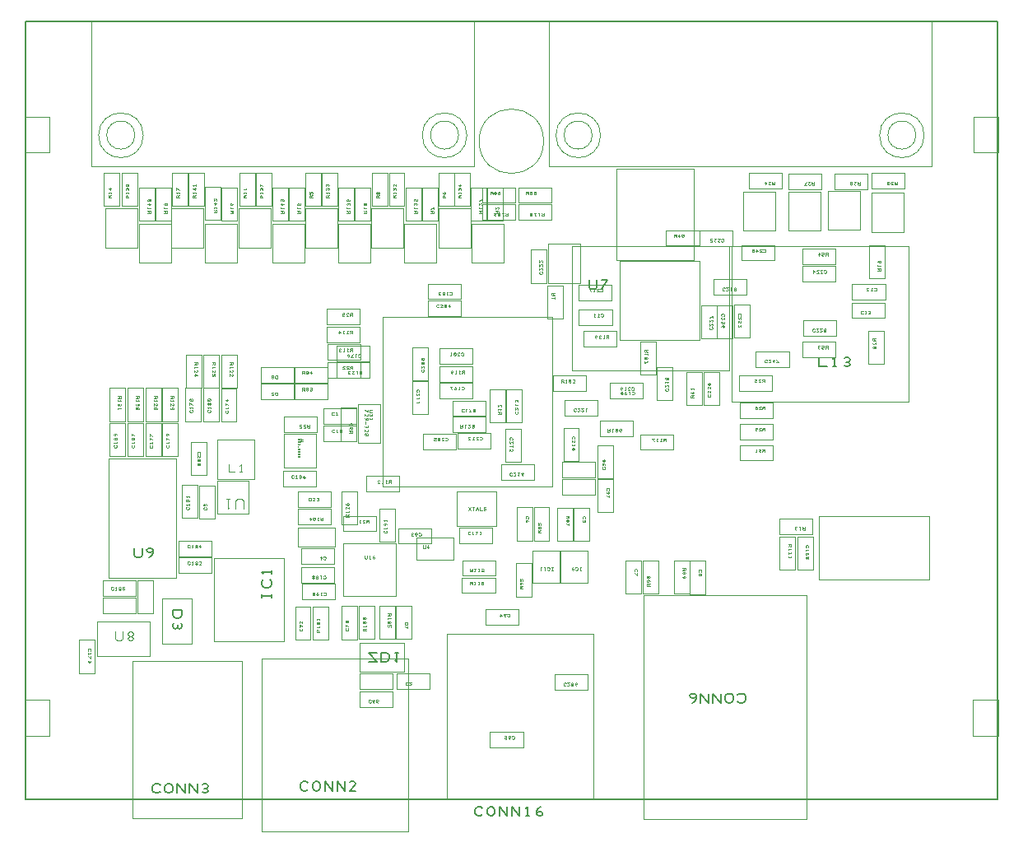
<source format=gbr>
%FSLAX36Y36*%
%MOMM*%
G04 EasyPC Gerber Version 18.0.8 Build 3632 *
%ADD16C,0.00510*%
%ADD11C,0.02500*%
%ADD10C,0.02540*%
%ADD12C,0.05000*%
%ADD14C,0.07620*%
%ADD15C,0.10160*%
%ADD17C,0.12700*%
%ADD13C,0.18000*%
X0Y0D02*
D02*
D10*
X42013200Y9847700D02*
X44613200D01*
Y13547700*
X42013200*
Y9847700*
Y69847700D02*
X44613200D01*
Y73547700*
X42013200*
Y69847700*
X47654200Y19722700D02*
Y16322700D01*
X49254200*
Y19722700*
X47654200*
X49637000Y71625700D02*
G75*
G03X54233800I2298400D01*
G01*
G75*
G03X49637000I-2298400*
G01*
X50079200Y22472700D02*
X53479200D01*
Y24072700*
X50079200*
Y22472700*
X50304200Y60097700D02*
X53604200D01*
Y64097700*
X50304200*
Y60097700*
X50474400Y71650700D02*
G75*
G03X53364800I1445200D01*
G01*
G75*
G03X50474400I-1445200*
G01*
X50704200Y38422700D02*
X57604200D01*
Y26122700*
X50704200*
Y38422700*
X50754200Y45622700D02*
Y42222700D01*
X52354200*
Y45622700*
X50754200*
X51804200Y64397700D02*
Y67797700D01*
X50204200*
Y64397700*
X51804200*
X52379200Y38622700D02*
Y42022700D01*
X50779200*
Y38622700*
X52379200*
X52604200Y45622700D02*
Y42222700D01*
X54204200*
Y45622700*
X52604200*
X53479200Y25847700D02*
X50079200D01*
Y24247700*
X53479200*
Y25847700*
X53604200Y64397700D02*
Y67797700D01*
X52004200*
Y64397700*
X53604200*
X53804200Y62847700D02*
Y66247700D01*
X55404200*
Y62847700*
X53804200*
X54204200Y38622700D02*
Y42022700D01*
X52604200*
Y38622700*
X54204200*
X54454200Y45622700D02*
Y42222700D01*
X56054200*
Y45622700*
X54454200*
X54934700Y21600700D02*
X49473700D01*
Y18044700*
X54934700*
Y21600700*
X55229200Y22472700D02*
Y25872700D01*
X53629200*
Y22472700*
X55229200*
X55504200Y62847700D02*
Y66247700D01*
X57104200*
Y62847700*
X55504200*
X56054200Y38597700D02*
Y41997700D01*
X54454200*
Y38597700*
X56054200*
X56154200Y45622700D02*
Y42222700D01*
X57754200*
Y45622700*
X56154200*
X56204200Y23972700D02*
Y19372700D01*
X59204200*
Y23972700*
X56204200*
X57104200Y58547700D02*
X53804200D01*
Y62547700*
X57104200*
Y58547700*
Y60097700D02*
X60404200D01*
Y64097700*
X57104200*
Y60097700*
X57754200Y38622700D02*
Y42022700D01*
X56154200*
Y38622700*
X57754200*
X57879200Y26622700D02*
X61279200D01*
Y28222700*
X57879200*
Y26622700*
Y28322700D02*
X61279200D01*
Y29922700*
X57879200*
Y28322700*
X58604200Y49072700D02*
Y45672700D01*
X60204200*
Y49072700*
X58604200*
X58804200Y64397700D02*
Y67797700D01*
X57204200*
Y64397700*
X58804200*
X59129200Y40097700D02*
Y36697700D01*
X60729200*
Y40097700*
X59129200*
X59804200Y32247700D02*
Y35647700D01*
X58204200*
Y32247700*
X59804200*
X60179200Y42222700D02*
Y45622700D01*
X58579200*
Y42222700*
X60179200*
X60429200Y49072700D02*
Y45672700D01*
X62029200*
Y49072700*
X60429200*
X60504200Y64397700D02*
Y67797700D01*
X58904200*
Y64397700*
X60504200*
X60604200Y62897700D02*
Y66297700D01*
X62204200*
Y62897700*
X60604200*
X61604200Y32197700D02*
Y35597700D01*
X60004200*
Y32197700*
X61604200*
X61849200Y40329700D02*
Y36265700D01*
X65659200*
Y40329700*
X61849200*
X62004200Y42222700D02*
Y45622700D01*
X60404200*
Y42222700*
X62004200*
X62254200Y49072700D02*
Y45672700D01*
X63854200*
Y49072700*
X62254200*
X62304200Y62847700D02*
Y66247700D01*
X63904200*
Y62847700*
X62304200*
X63829200Y42172700D02*
Y45572700D01*
X62229200*
Y42172700*
X63829200*
X63904200Y58547700D02*
X60604200D01*
Y62547700*
X63904200*
Y58547700*
X64079200Y60097700D02*
X67379200D01*
Y64097700*
X64079200*
Y60097700*
X64389600Y1373000D02*
Y17523200D01*
X53136100*
Y1373000*
X64389600*
X65077400Y32726900D02*
Y36123900D01*
X61885800*
Y32726900*
X65077400*
X65704200Y64397700D02*
Y67797700D01*
X64104200*
Y64397700*
X65704200*
X67404200D02*
Y67797700D01*
X65804200*
Y64397700*
X67404200*
X67504200Y62847700D02*
Y66247700D01*
X69104200*
Y62847700*
X67504200*
X68579200Y35497700D02*
X71979200D01*
Y37097700*
X68579200*
Y35497700*
X69204200Y62847700D02*
Y66247700D01*
X70804200*
Y62847700*
X69204200*
X69729200Y46072700D02*
X66329200D01*
Y44472700*
X69729200*
Y46072700*
Y47797700D02*
X66329200D01*
Y46197700*
X69729200*
Y47797700*
X69779200Y44472700D02*
X73179200D01*
Y46072700*
X69779200*
Y44472700*
X69804200Y46197700D02*
X73204200D01*
Y47797700*
X69804200*
Y46197700*
X70804200Y58547700D02*
X67504200D01*
Y62547700*
X70804200*
Y58547700*
X70904200Y60097700D02*
X74204200D01*
Y64097700*
X70904200*
Y60097700*
X71454200Y19747700D02*
Y23147700D01*
X69854200*
Y19747700*
X71454200*
X72034200Y40897700D02*
X68668800D01*
Y37421700*
X72034200*
Y40897700*
X72104200Y42722700D02*
X68704200D01*
Y41122700*
X72104200*
Y42722700*
X72504200Y64397700D02*
Y67797700D01*
X70904200*
Y64397700*
X72504200*
X72729200Y41972700D02*
X76129200D01*
Y43572700*
X72729200*
Y41972700*
X72754200Y40197700D02*
X76154200D01*
Y41797700*
X72754200*
Y40197700*
X73254200Y19747700D02*
Y23147700D01*
X71654200*
Y19747700*
X73254200*
X73504200Y33197700D02*
X70104200D01*
Y31597700*
X73504200*
Y33197700*
Y34997700D02*
X70104200D01*
Y33397700*
X73504200*
Y34997700*
X73904200Y27197700D02*
X70504200D01*
Y25597700*
X73904200*
Y27197700*
Y29172700D02*
X70504200D01*
Y27572700*
X73904200*
Y29172700*
X73929200Y25472700D02*
X70529200D01*
Y23872700*
X73929200*
Y25472700*
Y31297700D02*
X70129200D01*
Y29297700*
X73929200*
Y31297700*
X74204200Y64397700D02*
Y67797700D01*
X72604200*
Y64397700*
X74204200*
X74304200Y62847700D02*
Y66247700D01*
X75904200*
Y62847700*
X74304200*
X74554200Y40197700D02*
Y43597700D01*
X76154200*
Y40197700*
X74554200*
X74773700Y24217200D02*
X80234700D01*
Y29678200*
X74773700*
Y24217200*
X76004200Y62847700D02*
Y66247700D01*
X77604200*
Y62847700*
X76004200*
X76204200Y19797700D02*
Y23197700D01*
X74604200*
Y19797700*
X76204200*
X76229200Y31597700D02*
Y34997700D01*
X74629200*
Y31597700*
X76229200*
X76504200Y14447700D02*
X79904200D01*
Y12847700*
X76504200*
Y14447700*
Y19447700D02*
X81104200D01*
Y16447700*
X76504200*
Y19447700*
X76529200Y50347700D02*
X73129200D01*
Y51947700*
X76529200*
Y50347700*
Y52172700D02*
X73129200D01*
Y53772700*
X76529200*
Y52172700*
X76554200Y46697700D02*
X73154200D01*
Y48297700*
X76554200*
Y46697700*
Y48522700D02*
X73154200D01*
Y50122700*
X76554200*
Y48522700*
X77504200Y48247700D02*
X74104200D01*
Y46647700*
X77504200*
Y48247700*
Y49972700D02*
X74104200D01*
Y48372700*
X77504200*
Y49972700*
X77604200Y58547700D02*
X74304200D01*
Y62547700*
X77604200*
Y58547700*
X77704200Y60097700D02*
X81004200D01*
Y64097700*
X77704200*
Y60097700*
X78004200Y19847700D02*
Y23247700D01*
X76404200*
Y19847700*
X78004200*
X78204200Y30897700D02*
X74804200D01*
Y32497700*
X78204200*
Y30897700*
X78504200Y23247700D02*
Y19847700D01*
X80104200*
Y23247700*
X78504200*
X78635700Y43941200D02*
X76286200D01*
Y40004200*
X78635700*
Y43941200*
X79404200Y64397700D02*
Y67797700D01*
X77804200*
Y64397700*
X79404200*
X79904200Y14647700D02*
X76504200D01*
Y16247700*
X79904200*
Y14647700*
X80154200Y29822700D02*
Y33222700D01*
X78554200*
Y29822700*
X80154200*
X80254200Y23247700D02*
Y19847700D01*
X81854200*
Y23247700*
X80254200*
X80304200Y16247700D02*
X83704200D01*
Y14647700*
X80304200*
Y16247700*
X80529200Y34972700D02*
X77129200D01*
Y36572700*
X80529200*
Y34972700*
X81104200Y64397700D02*
Y67797700D01*
X79504200*
Y64397700*
X81104200*
X81204200Y62847700D02*
Y66247700D01*
X82804200*
Y62847700*
X81204200*
X81481200Y12700D02*
Y17772700D01*
X66381200*
Y12700*
X81481200*
X81929200Y46397700D02*
Y49797700D01*
X83529200*
Y46397700*
X81929200*
X82327200Y27933200D02*
X86137200D01*
Y30219200*
X82327200*
Y27933200*
X82904200Y62847700D02*
Y66247700D01*
X84504200*
Y62847700*
X82904200*
X82928600Y71625700D02*
G75*
G03X87525400I2298400D01*
G01*
G75*
G03X82928600I-2298400*
G01*
X83504200Y46372700D02*
Y42972700D01*
X81904200*
Y46372700*
X83504200*
Y53072700D02*
X86904200D01*
Y54672700*
X83504200*
Y53072700*
X83780600Y71650700D02*
G75*
G03X86671000I1445200D01*
G01*
G75*
G03X83780600I-1445200*
G01*
X83854200Y29622700D02*
X80454200D01*
Y31222700*
X83854200*
Y29622700*
X84404200Y58547700D02*
X81104200D01*
Y62547700*
X84404200*
Y58547700*
X84604200Y60097700D02*
X87904200D01*
Y64097700*
X84604200*
Y60097700*
X85442700Y3322700D02*
X100517700D01*
Y20347700*
X85442700*
Y3322700*
X86054200Y42722700D02*
X89454200D01*
Y41122700*
X86054200*
Y42722700*
Y44347700D02*
X89454200D01*
Y42747700*
X86054200*
Y44347700*
X86204200Y64397700D02*
Y67797700D01*
X84604200*
Y64397700*
X86204200*
X86429200Y39347700D02*
X83029200D01*
Y40947700*
X86429200*
Y39347700*
X86729200Y29697700D02*
X90129200D01*
Y31297700*
X86729200*
Y29697700*
X86904200Y56372700D02*
X83504200D01*
Y54772700*
X86904200*
Y56372700*
X87029200Y24547700D02*
X90429200D01*
Y26147700*
X87029200*
Y24547700*
X87054200Y27922700D02*
X90454200D01*
Y26322700*
X87054200*
Y27922700*
X87804200Y64397700D02*
Y67797700D01*
X86204200*
Y64397700*
X87804200*
X87904200Y62847700D02*
Y66247700D01*
X89504200*
Y62847700*
X87904200*
X88079200Y46247700D02*
X84679200D01*
Y47847700*
X88079200*
Y46247700*
Y48097700D02*
X84679200D01*
Y49697700*
X88079200*
Y48097700*
X88104200Y44597700D02*
X84704200D01*
Y46197700*
X88104200*
Y44597700*
X88281200Y68447700D02*
Y83447700D01*
X48881200*
Y68447700*
X88281200*
X88786200Y71016900D02*
G75*
G03X95422200I3318000D01*
G01*
G75*
G03X88786200I-3318000*
G01*
X89129200Y64672700D02*
X92529200D01*
Y66272700*
X89129200*
Y64672700*
X89604200Y62847700D02*
Y66247700D01*
X91204200*
Y62847700*
X89604200*
X89879200Y42122700D02*
Y45522700D01*
X91479200*
Y42122700*
X89879200*
X89979200Y39422700D02*
X86579200D01*
Y41022700*
X89979200*
Y39422700*
X90579200Y35022700D02*
X86479200D01*
Y31422700*
X90579200*
Y35022700*
X91029200Y37797700D02*
X94429200D01*
Y36197700*
X91029200*
Y37797700*
X91304200Y58547700D02*
X88004200D01*
Y62547700*
X91304200*
Y58547700*
X91604200Y42097700D02*
Y45497700D01*
X93204200*
Y42097700*
X91604200*
X92529200Y64522700D02*
X89129200D01*
Y62922700*
X92529200*
Y64522700*
X92679200Y33347700D02*
Y29947700D01*
X94279200*
Y33347700*
X92679200*
X92804200Y64672700D02*
X96204200D01*
Y66272700*
X92804200*
Y64672700*
X92829200Y21247700D02*
X89429200D01*
Y22847700*
X92829200*
Y21247700*
X93079200Y41447700D02*
Y38047700D01*
X91479200*
Y41447700*
X93079200*
X93304200Y8672700D02*
X89904200D01*
Y10272700*
X93304200*
Y8672700*
X94104200Y56447700D02*
Y59847700D01*
X95704200*
Y56447700*
X94104200*
X94154200Y24197700D02*
Y27597700D01*
X92554200*
Y24197700*
X94154200*
X96004200Y29947700D02*
Y33347700D01*
X94404200*
Y29947700*
X96004200*
X96229200Y64522700D02*
X92829200D01*
Y62922700*
X96229200*
Y64522700*
X96404200Y45322700D02*
X99804200D01*
Y46922700*
X96404200*
Y45322700*
X96554200Y16197700D02*
X99954200D01*
Y14597700*
X96554200*
Y16197700*
X96683000Y71625700D02*
G75*
G03X101279800I2298400D01*
G01*
G75*
G03X96683000I-2298400*
G01*
X96854200Y33297700D02*
Y29897700D01*
X98454200*
Y33297700*
X96854200*
X97066200Y28934700D02*
X94272200D01*
Y25569200*
X97066200*
Y28934700*
X97304200Y34697700D02*
X100704200D01*
Y36297700*
X97304200*
Y34697700*
X97329200Y36447700D02*
X100729200D01*
Y38047700*
X97329200*
Y36447700*
X97429200Y56197700D02*
Y52797700D01*
X95829200*
Y56197700*
X97429200*
X97454200Y41547700D02*
Y38147700D01*
X99054200*
Y41547700*
X97454200*
X97520400Y71650700D02*
G75*
G03X100410800I1445200D01*
G01*
G75*
G03X97520400I-1445200*
G01*
X97604200Y44422700D02*
X101004200D01*
Y42822700*
X97604200*
Y44422700*
X98304200Y47447700D02*
X114504200D01*
Y60247700*
X98304200*
Y47447700*
X98529200Y33322700D02*
Y29922700D01*
X100129200*
Y33322700*
X98529200*
X99154200Y56447700D02*
X95854200D01*
Y60447700*
X99154200*
Y56447700*
X99966200Y28934700D02*
X97172200D01*
Y25569200*
X99966200*
Y28934700*
X101004200Y36272700D02*
Y32872700D01*
X102604200*
Y36272700*
X101004200*
X101204200Y42297700D02*
X104604200D01*
Y40697700*
X101204200*
Y42297700*
X102404200Y54672700D02*
X99004200D01*
Y56272700*
X102404200*
Y54672700*
X102454200Y52097700D02*
X99054200D01*
Y53697700*
X102454200*
Y52097700*
X102604200Y36372700D02*
Y39772700D01*
X101004200*
Y36372700*
X102604200*
X102904200Y49872700D02*
X99504200D01*
Y51472700*
X102904200*
Y49872700*
X103226700Y58661700D02*
X111481700D01*
Y50533700*
X103226700*
Y58661700*
X103879200Y27897700D02*
Y24497700D01*
X105479200*
Y27897700*
X103879200*
X105604200Y44547700D02*
X102204200D01*
Y46147700*
X105604200*
Y44547700*
X105654200Y46147700D02*
X102254200D01*
Y44547700*
X105654200*
Y46147700*
X106979200Y50397700D02*
Y46997700D01*
X105379200*
Y50397700*
X106979200*
X107054200Y44422700D02*
Y47822700D01*
X108654200*
Y44422700*
X107054200*
X107229200Y24497700D02*
Y27897700D01*
X105629200*
Y24497700*
X107229200*
X108029200Y60272700D02*
X111429200D01*
Y61872700*
X108029200*
Y60272700*
X108779200Y39272700D02*
X105379200D01*
Y40872700*
X108779200*
Y39272700*
X108829200Y27897700D02*
Y24497700D01*
X110429200*
Y27897700*
X108829200*
X110479200Y27847700D02*
Y24447700D01*
X112079200*
Y27847700*
X110479200*
X111604200Y50747700D02*
Y54147700D01*
X113204200*
Y50747700*
X111604200*
X111729200Y43847700D02*
Y47247700D01*
X110129200*
Y43847700*
X111729200*
X112904200Y56847700D02*
X116304200D01*
Y55247700*
X112904200*
Y56847700*
X113454200Y43847700D02*
Y47247700D01*
X111854200*
Y43847700*
X113454200*
X114854200Y61847700D02*
X111454200D01*
Y60247700*
X114854200*
Y61847700*
X114879200Y54172700D02*
Y50772700D01*
X113279200*
Y54172700*
X114879200*
X116604200Y54222700D02*
Y50822700D01*
X115004200*
Y54222700*
X116604200*
X117254200Y49422700D02*
X120654200D01*
Y47822700*
X117254200*
Y49422700*
X118929200Y45347700D02*
X115529200D01*
Y46947700*
X118929200*
Y45347700*
X118979200Y38172700D02*
X115579200D01*
Y39772700*
X118979200*
Y38172700*
Y40372700D02*
X115579200D01*
Y41972700*
X118979200*
Y40372700*
Y42572700D02*
X115579200D01*
Y44172700*
X118979200*
Y42572700*
X119154200Y58747700D02*
X115754200D01*
Y60347700*
X119154200*
Y58747700*
X119254200Y65847700D02*
X115954200D01*
Y61847700*
X119254200*
Y65847700*
X119704200Y30347700D02*
Y26947700D01*
X121304200*
Y30347700*
X119704200*
X119954200Y67722700D02*
X116554200D01*
Y66122700*
X119954200*
Y67722700*
X120579200Y61847700D02*
X123879200D01*
Y65847700*
X120579200*
Y61847700*
X121504200Y30372700D02*
Y26972700D01*
X123104200*
Y30372700*
X121504200*
X122154200Y52597700D02*
X125554200D01*
Y50997700*
X122154200*
Y52597700*
X122508800Y24286900D02*
X105686600D01*
Y1275400*
X122508800*
Y24286900*
X123079200Y32222700D02*
X119679200D01*
Y30622700*
X123079200*
Y32222700*
X124029200Y67697700D02*
X120629200D01*
Y66097700*
X124029200*
Y67697700*
X125404200Y56597700D02*
X122004200D01*
Y58197700*
X125404200*
Y56597700*
X125429200Y48797700D02*
X122029200D01*
Y50397700*
X125429200*
Y48797700*
Y58372700D02*
X122029200D01*
Y59972700*
X125429200*
Y58372700*
X127129200Y54422700D02*
X130529200D01*
Y52822700*
X127129200*
Y54422700*
X127929200Y65897700D02*
X124629200D01*
Y61897700*
X127929200*
Y65897700*
X128754200Y67697700D02*
X125354200D01*
Y66097700*
X128754200*
Y67697700*
X128904200Y56922700D02*
Y60322700D01*
X130504200*
Y56922700*
X128904200*
X129179200Y61697700D02*
X132479200D01*
Y65697700*
X129179200*
Y61697700*
X129974600Y71625700D02*
G75*
G03X134571400I2298400D01*
G01*
G75*
G03X129974600I-2298400*
G01*
X130454200Y51522700D02*
Y48122700D01*
X128854200*
Y51522700*
X130454200*
X130554200Y54747700D02*
X127154200D01*
Y56347700*
X130554200*
Y54747700*
X130826600Y71650700D02*
G75*
G03X133717000I1445200D01*
G01*
G75*
G03X130826600I-1445200*
G01*
X132579200Y67722700D02*
X129179200D01*
Y66122700*
X132579200*
Y67722700*
X132929200Y60247700D02*
X114729200D01*
Y44247700*
X132929200*
Y60247700*
X135327200Y68447700D02*
Y83447700D01*
X95927200*
Y68447700*
X135327200*
X139607400Y9847700D02*
X142207400D01*
Y13547700*
X139607400*
Y9847700*
X139613600Y69847700D02*
X142213600D01*
Y73547700*
X139613600*
Y69847700*
D02*
D11*
X48579200Y18572700D02*
X48554200Y18597700D01*
X48529200Y18647700*
Y18722700*
X48554200Y18772700*
X48579200Y18797700*
X48629200Y18822700*
X48729200*
X48779200Y18797700*
X48804200Y18772700*
X48829200Y18722700*
Y18647700*
X48804200Y18597700*
X48779200Y18572700*
X48529200Y18372700D02*
Y18272700D01*
Y18322700D02*
X48829200D01*
X48779200Y18372700*
X48529200Y18022700D02*
X48829200Y17822700D01*
Y18022700*
X48554200Y17597700D02*
X48529200Y17547700D01*
Y17497700*
X48554200Y17447700*
X48604200Y17422700*
X48654200Y17447700*
X48679200Y17497700*
Y17547700*
Y17497700D02*
X48704200Y17447700D01*
X48754200Y17422700*
X48804200Y17447700*
X48829200Y17497700*
Y17547700*
X48804200Y17597700*
X51154200Y24922700D02*
X51129200Y24897700D01*
X51079200Y24872700*
X51004200*
X50954200Y24897700*
X50929200Y24922700*
X50904200Y24972700*
Y25072700*
X50929200Y25122700*
X50954200Y25147700*
X51004200Y25172700*
X51079200*
X51129200Y25147700*
X51154200Y25122700*
X51354200Y24872700D02*
X51454200D01*
X51404200D02*
Y25172700D01*
X51354200Y25122700*
X51779200Y25022700D02*
X51829200D01*
X51879200Y25047700*
X51904200Y25097700*
X51879200Y25147700*
X51829200Y25172700*
X51779200*
X51729200Y25147700*
X51704200Y25097700*
X51729200Y25047700*
X51779200Y25022700*
X51729200Y24997700*
X51704200Y24947700*
X51729200Y24897700*
X51779200Y24872700*
X51829200*
X51879200Y24897700*
X51904200Y24947700*
X51879200Y24997700*
X51829200Y25022700*
X52104200Y24897700D02*
X52154200Y24872700D01*
X52229200*
X52279200Y24897700*
X52304200Y24947700*
Y24972700*
X52279200Y25022700*
X52229200Y25047700*
X52104200*
Y25172700*
X52304200*
X50929200Y65197700D02*
X50629200D01*
Y65372700*
X50654200Y65422700*
X50704200Y65447700*
X50754200Y65422700*
X50779200Y65372700*
Y65197700*
Y65372700D02*
X50929200Y65447700D01*
Y65647700D02*
Y65747700D01*
Y65697700D02*
X50629200D01*
X50679200Y65647700*
X50929200Y66122700D02*
X50629200D01*
X50829200Y65997700*
Y66197700*
X51629200Y44822700D02*
X51929200D01*
Y44647700*
X51904200Y44597700*
X51854200Y44572700*
X51804200Y44597700*
X51779200Y44647700*
Y44822700*
Y44647700D02*
X51629200Y44572700D01*
Y44372700D02*
Y44272700D01*
Y44322700D02*
X51929200D01*
X51879200Y44372700*
X51654200Y43997700D02*
X51629200Y43947700D01*
Y43897700*
X51654200Y43847700*
X51704200Y43822700*
X51754200Y43847700*
X51779200Y43897700*
Y43947700*
Y43897700D02*
X51804200Y43847700D01*
X51854200Y43822700*
X51904200Y43847700*
X51929200Y43897700*
Y43947700*
X51904200Y43997700*
X51629200Y43572700D02*
Y43472700D01*
Y43522700D02*
X51929200D01*
X51879200Y43572700*
X51454200Y39772700D02*
X51479200Y39747700D01*
X51504200Y39697700*
Y39622700*
X51479200Y39572700*
X51454200Y39547700*
X51404200Y39522700*
X51304200*
X51254200Y39547700*
X51229200Y39572700*
X51204200Y39622700*
Y39697700*
X51229200Y39747700*
X51254200Y39772700*
X51504200Y39972700D02*
Y40072700D01*
Y40022700D02*
X51204200D01*
X51254200Y39972700*
X51354200Y40397700D02*
Y40447700D01*
X51329200Y40497700*
X51279200Y40522700*
X51229200Y40497700*
X51204200Y40447700*
Y40397700*
X51229200Y40347700*
X51279200Y40322700*
X51329200Y40347700*
X51354200Y40397700*
X51379200Y40347700*
X51429200Y40322700*
X51479200Y40347700*
X51504200Y40397700*
Y40447700*
X51479200Y40497700*
X51429200Y40522700*
X51379200Y40497700*
X51354200Y40447700*
X51504200Y40797700D02*
X51479200Y40847700D01*
X51429200Y40897700*
X51354200Y40922700*
X51279200*
X51229200Y40897700*
X51204200Y40847700*
Y40797700*
X51229200Y40747700*
X51279200Y40722700*
X51329200Y40747700*
X51354200Y40797700*
Y40847700*
X51329200Y40897700*
X51279200Y40922700*
X52729200Y65197700D02*
X52429200D01*
Y65372700*
X52454200Y65422700*
X52504200Y65447700*
X52554200Y65422700*
X52579200Y65372700*
Y65197700*
Y65372700D02*
X52729200Y65447700D01*
Y65647700D02*
Y65747700D01*
Y65697700D02*
X52429200D01*
X52479200Y65647700*
X52704200Y66022700D02*
X52729200Y66072700D01*
Y66122700*
X52704200Y66172700*
X52654200Y66197700*
X52604200Y66172700*
X52579200Y66122700*
Y66072700*
Y66122700D02*
X52554200Y66172700D01*
X52504200Y66197700*
X52454200Y66172700*
X52429200Y66122700*
Y66072700*
X52454200Y66022700*
X52579200Y66472700D02*
Y66522700D01*
X52554200Y66572700*
X52504200Y66597700*
X52454200Y66572700*
X52429200Y66522700*
Y66472700*
X52454200Y66422700*
X52504200Y66397700*
X52554200Y66422700*
X52579200Y66472700*
X52604200Y66422700*
X52654200Y66397700*
X52704200Y66422700*
X52729200Y66472700*
Y66522700*
X52704200Y66572700*
X52654200Y66597700*
X52604200Y66572700*
X52579200Y66522700*
X53279200Y39772700D02*
X53304200Y39747700D01*
X53329200Y39697700*
Y39622700*
X53304200Y39572700*
X53279200Y39547700*
X53229200Y39522700*
X53129200*
X53079200Y39547700*
X53054200Y39572700*
X53029200Y39622700*
Y39697700*
X53054200Y39747700*
X53079200Y39772700*
X53329200Y39972700D02*
Y40072700D01*
Y40022700D02*
X53029200D01*
X53079200Y39972700*
X53179200Y40397700D02*
Y40447700D01*
X53154200Y40497700*
X53104200Y40522700*
X53054200Y40497700*
X53029200Y40447700*
Y40397700*
X53054200Y40347700*
X53104200Y40322700*
X53154200Y40347700*
X53179200Y40397700*
X53204200Y40347700*
X53254200Y40322700*
X53304200Y40347700*
X53329200Y40397700*
Y40447700*
X53304200Y40497700*
X53254200Y40522700*
X53204200Y40497700*
X53179200Y40447700*
X53329200Y40722700D02*
X53029200Y40922700D01*
Y40722700*
X53479200Y44822700D02*
X53779200D01*
Y44647700*
X53754200Y44597700*
X53704200Y44572700*
X53654200Y44597700*
X53629200Y44647700*
Y44822700*
Y44647700D02*
X53479200Y44572700D01*
Y44372700D02*
Y44272700D01*
Y44322700D02*
X53779200D01*
X53729200Y44372700*
X53504200Y43997700D02*
X53479200Y43947700D01*
Y43897700*
X53504200Y43847700*
X53554200Y43822700*
X53604200Y43847700*
X53629200Y43897700*
Y43947700*
Y43897700D02*
X53654200Y43847700D01*
X53704200Y43822700*
X53754200Y43847700*
X53779200Y43897700*
Y43947700*
X53754200Y43997700*
X53504200Y43597700D02*
X53479200Y43547700D01*
Y43497700*
X53504200Y43447700*
X53554200Y43422700*
X53704200*
X53754200Y43447700*
X53779200Y43497700*
Y43547700*
X53754200Y43597700*
X53704200Y43622700*
X53554200*
X53504200Y43597700*
X53754200Y43447700*
X54679200Y63647700D02*
X54979200D01*
Y63822700*
X54954200Y63872700*
X54904200Y63897700*
X54854200Y63872700*
X54829200Y63822700*
Y63647700*
Y63822700D02*
X54679200Y63897700D01*
Y64097700D02*
Y64197700D01*
Y64147700D02*
X54979200D01*
X54929200Y64097700*
X54679200Y64572700D02*
X54979200D01*
X54779200Y64447700*
Y64647700*
X54704200Y64872700D02*
X54679200Y64922700D01*
Y64972700*
X54704200Y65022700*
X54754200Y65047700*
X54904200*
X54954200Y65022700*
X54979200Y64972700*
Y64922700*
X54954200Y64872700*
X54904200Y64847700*
X54754200*
X54704200Y64872700*
X54954200Y65022700*
X55129200Y39747700D02*
X55154200Y39722700D01*
X55179200Y39672700*
Y39597700*
X55154200Y39547700*
X55129200Y39522700*
X55079200Y39497700*
X54979200*
X54929200Y39522700*
X54904200Y39547700*
X54879200Y39597700*
Y39672700*
X54904200Y39722700*
X54929200Y39747700*
X55179200Y39947700D02*
Y40047700D01*
Y39997700D02*
X54879200D01*
X54929200Y39947700*
X55179200Y40297700D02*
X54879200Y40497700D01*
Y40297700*
X55179200Y40697700D02*
X54879200Y40897700D01*
Y40697700*
X55329200Y44822700D02*
X55629200D01*
Y44647700*
X55604200Y44597700*
X55554200Y44572700*
X55504200Y44597700*
X55479200Y44647700*
Y44822700*
Y44647700D02*
X55329200Y44572700D01*
Y44372700D02*
Y44272700D01*
Y44322700D02*
X55629200D01*
X55579200Y44372700*
X55329200Y43822700D02*
Y44022700D01*
X55504200Y43847700*
X55554200Y43822700*
X55604200Y43847700*
X55629200Y43897700*
Y43972700*
X55604200Y44022700*
X55479200Y43547700D02*
Y43497700D01*
X55504200Y43447700*
X55554200Y43422700*
X55604200Y43447700*
X55629200Y43497700*
Y43547700*
X55604200Y43597700*
X55554200Y43622700*
X55504200Y43597700*
X55479200Y43547700*
X55454200Y43597700*
X55404200Y43622700*
X55354200Y43597700*
X55329200Y43547700*
Y43497700*
X55354200Y43447700*
X55404200Y43422700*
X55454200Y43447700*
X55479200Y43497700*
X56379200Y63647700D02*
X56679200D01*
Y63822700*
X56654200Y63872700*
X56604200Y63897700*
X56554200Y63872700*
X56529200Y63822700*
Y63647700*
Y63822700D02*
X56379200Y63897700D01*
Y64097700D02*
Y64197700D01*
Y64147700D02*
X56679200D01*
X56629200Y64097700*
X56529200Y64522700D02*
Y64572700D01*
X56554200Y64622700*
X56604200Y64647700*
X56654200Y64622700*
X56679200Y64572700*
Y64522700*
X56654200Y64472700*
X56604200Y64447700*
X56554200Y64472700*
X56529200Y64522700*
X56504200Y64472700*
X56454200Y64447700*
X56404200Y64472700*
X56379200Y64522700*
Y64572700*
X56404200Y64622700*
X56454200Y64647700*
X56504200Y64622700*
X56529200Y64572700*
X56829200Y39772700D02*
X56854200Y39747700D01*
X56879200Y39697700*
Y39622700*
X56854200Y39572700*
X56829200Y39547700*
X56779200Y39522700*
X56679200*
X56629200Y39547700*
X56604200Y39572700*
X56579200Y39622700*
Y39697700*
X56604200Y39747700*
X56629200Y39772700*
X56879200Y39972700D02*
Y40072700D01*
Y40022700D02*
X56579200D01*
X56629200Y39972700*
X56879200Y40322700D02*
X56579200Y40522700D01*
Y40322700*
X56879200Y40797700D02*
X56854200Y40847700D01*
X56804200Y40897700*
X56729200Y40922700*
X56654200*
X56604200Y40897700*
X56579200Y40847700*
Y40797700*
X56604200Y40747700*
X56654200Y40722700*
X56704200Y40747700*
X56729200Y40797700*
Y40847700*
X56704200Y40897700*
X56654200Y40922700*
X57029200Y44822700D02*
X57329200D01*
Y44647700*
X57304200Y44597700*
X57254200Y44572700*
X57204200Y44597700*
X57179200Y44647700*
Y44822700*
Y44647700D02*
X57029200Y44572700D01*
Y44372700D02*
Y44272700D01*
Y44322700D02*
X57329200D01*
X57279200Y44372700*
X57029200Y43822700D02*
Y44022700D01*
X57204200Y43847700*
X57254200Y43822700*
X57304200Y43847700*
X57329200Y43897700*
Y43972700*
X57304200Y44022700*
X57029200Y43547700D02*
X57054200Y43497700D01*
X57104200Y43447700*
X57179200Y43422700*
X57254200*
X57304200Y43447700*
X57329200Y43497700*
Y43547700*
X57304200Y43597700*
X57254200Y43622700*
X57204200Y43597700*
X57179200Y43547700*
Y43497700*
X57204200Y43447700*
X57254200Y43422700*
X57929200Y65197700D02*
X57629200D01*
Y65372700*
X57654200Y65422700*
X57704200Y65447700*
X57754200Y65422700*
X57779200Y65372700*
Y65197700*
Y65372700D02*
X57929200Y65447700D01*
Y65647700D02*
Y65747700D01*
Y65697700D02*
X57629200D01*
X57679200Y65647700*
X57929200Y65997700D02*
X57629200Y66197700D01*
Y65997700*
X59029200Y27547700D02*
X59004200Y27522700D01*
X58954200Y27497700*
X58879200*
X58829200Y27522700*
X58804200Y27547700*
X58779200Y27597700*
Y27697700*
X58804200Y27747700*
X58829200Y27772700*
X58879200Y27797700*
X58954200*
X59004200Y27772700*
X59029200Y27747700*
X59229200Y27497700D02*
X59329200D01*
X59279200D02*
Y27797700D01*
X59229200Y27747700*
X59654200Y27647700D02*
X59704200D01*
X59754200Y27672700*
X59779200Y27722700*
X59754200Y27772700*
X59704200Y27797700*
X59654200*
X59604200Y27772700*
X59579200Y27722700*
X59604200Y27672700*
X59654200Y27647700*
X59604200Y27622700*
X59579200Y27572700*
X59604200Y27522700*
X59654200Y27497700*
X59704200*
X59754200Y27522700*
X59779200Y27572700*
X59754200Y27622700*
X59704200Y27647700*
X60179200Y27497700D02*
X59979200D01*
X60154200Y27672700*
X60179200Y27722700*
X60154200Y27772700*
X60104200Y27797700*
X60029200*
X59979200Y27772700*
X59029200Y29247700D02*
X59004200Y29222700D01*
X58954200Y29197700*
X58879200*
X58829200Y29222700*
X58804200Y29247700*
X58779200Y29297700*
Y29397700*
X58804200Y29447700*
X58829200Y29472700*
X58879200Y29497700*
X58954200*
X59004200Y29472700*
X59029200Y29447700*
X59229200Y29197700D02*
X59329200D01*
X59279200D02*
Y29497700D01*
X59229200Y29447700*
X59654200Y29347700D02*
X59704200D01*
X59754200Y29372700*
X59779200Y29422700*
X59754200Y29472700*
X59704200Y29497700*
X59654200*
X59604200Y29472700*
X59579200Y29422700*
X59604200Y29372700*
X59654200Y29347700*
X59604200Y29322700*
X59579200Y29272700*
X59604200Y29222700*
X59654200Y29197700*
X59704200*
X59754200Y29222700*
X59779200Y29272700*
X59754200Y29322700*
X59704200Y29347700*
X60104200Y29197700D02*
Y29497700D01*
X59979200Y29297700*
X60179200*
X58879200Y33397700D02*
X58904200Y33372700D01*
X58929200Y33322700*
Y33247700*
X58904200Y33197700*
X58879200Y33172700*
X58829200Y33147700*
X58729200*
X58679200Y33172700*
X58654200Y33197700*
X58629200Y33247700*
Y33322700*
X58654200Y33372700*
X58679200Y33397700*
X58929200Y33597700D02*
Y33697700D01*
Y33647700D02*
X58629200D01*
X58679200Y33597700*
X58779200Y34022700D02*
Y34072700D01*
X58754200Y34122700*
X58704200Y34147700*
X58654200Y34122700*
X58629200Y34072700*
Y34022700*
X58654200Y33972700*
X58704200Y33947700*
X58754200Y33972700*
X58779200Y34022700*
X58804200Y33972700*
X58854200Y33947700*
X58904200Y33972700*
X58929200Y34022700*
Y34072700*
X58904200Y34122700*
X58854200Y34147700*
X58804200Y34122700*
X58779200Y34072700*
X58929200Y34397700D02*
Y34497700D01*
Y34447700D02*
X58629200D01*
X58679200Y34397700*
X59254200Y43372700D02*
X59279200Y43347700D01*
X59304200Y43297700*
Y43222700*
X59279200Y43172700*
X59254200Y43147700*
X59204200Y43122700*
X59104200*
X59054200Y43147700*
X59029200Y43172700*
X59004200Y43222700*
Y43297700*
X59029200Y43347700*
X59054200Y43372700*
X59304200Y43572700D02*
Y43672700D01*
Y43622700D02*
X59004200D01*
X59054200Y43572700*
X59304200Y43922700D02*
X59004200Y44122700D01*
Y43922700*
X59154200Y44397700D02*
Y44447700D01*
X59129200Y44497700*
X59079200Y44522700*
X59029200Y44497700*
X59004200Y44447700*
Y44397700*
X59029200Y44347700*
X59079200Y44322700*
X59129200Y44347700*
X59154200Y44397700*
X59179200Y44347700*
X59229200Y44322700*
X59279200Y44347700*
X59304200Y44397700*
Y44447700*
X59279200Y44497700*
X59229200Y44522700*
X59179200Y44497700*
X59154200Y44447700*
X59479200Y48272700D02*
X59779200D01*
Y48097700*
X59754200Y48047700*
X59704200Y48022700*
X59654200Y48047700*
X59629200Y48097700*
Y48272700*
Y48097700D02*
X59479200Y48022700D01*
Y47822700D02*
Y47722700D01*
Y47772700D02*
X59779200D01*
X59729200Y47822700*
X59479200Y47272700D02*
Y47472700D01*
X59654200Y47297700*
X59704200Y47272700*
X59754200Y47297700*
X59779200Y47347700*
Y47422700*
X59754200Y47472700*
X59479200Y46947700D02*
X59779200D01*
X59579200Y47072700*
Y46872700*
X59829200Y38847700D02*
X59804200Y38872700D01*
X59779200Y38922700*
Y38997700*
X59804200Y39047700*
X59829200Y39072700*
X59879200Y39097700*
X59979200*
X60029200Y39072700*
X60054200Y39047700*
X60079200Y38997700*
Y38922700*
X60054200Y38872700*
X60029200Y38847700*
X59779200Y38497700D02*
Y38697700D01*
X59954200Y38522700*
X60004200Y38497700*
X60054200Y38522700*
X60079200Y38572700*
Y38647700*
X60054200Y38697700*
X59804200Y38272700D02*
X59779200Y38222700D01*
Y38172700*
X59804200Y38122700*
X59854200Y38097700*
X60004200*
X60054200Y38122700*
X60079200Y38172700*
Y38222700*
X60054200Y38272700*
X60004200Y38297700*
X59854200*
X59804200Y38272700*
X60054200Y38122700*
X59804200Y37872700D02*
X59779200Y37822700D01*
Y37772700*
X59804200Y37722700*
X59854200Y37697700*
X60004200*
X60054200Y37722700*
X60079200Y37772700*
Y37822700*
X60054200Y37872700*
X60004200Y37897700*
X59854200*
X59804200Y37872700*
X60054200Y37722700*
X59629200Y65197700D02*
X59329200D01*
Y65372700*
X59354200Y65422700*
X59404200Y65447700*
X59454200Y65422700*
X59479200Y65372700*
Y65197700*
Y65372700D02*
X59629200Y65447700D01*
Y65647700D02*
Y65747700D01*
Y65697700D02*
X59329200D01*
X59379200Y65647700*
X59629200Y66122700D02*
X59329200D01*
X59529200Y65997700*
Y66197700*
X59629200Y66447700D02*
Y66547700D01*
Y66497700D02*
X59329200D01*
X59379200Y66447700*
X60679200Y33347700D02*
X60704200Y33322700D01*
X60729200Y33272700*
Y33197700*
X60704200Y33147700*
X60679200Y33122700*
X60629200Y33097700*
X60529200*
X60479200Y33122700*
X60454200Y33147700*
X60429200Y33197700*
Y33272700*
X60454200Y33322700*
X60479200Y33347700*
X60704200Y33522700D02*
X60729200Y33572700D01*
Y33622700*
X60704200Y33672700*
X60654200Y33697700*
X60604200Y33672700*
X60579200Y33622700*
Y33572700*
Y33622700D02*
X60554200Y33672700D01*
X60504200Y33697700*
X60454200Y33672700*
X60429200Y33622700*
Y33572700*
X60454200Y33522700*
X61079200Y43372700D02*
X61104200Y43347700D01*
X61129200Y43297700*
Y43222700*
X61104200Y43172700*
X61079200Y43147700*
X61029200Y43122700*
X60929200*
X60879200Y43147700*
X60854200Y43172700*
X60829200Y43222700*
Y43297700*
X60854200Y43347700*
X60879200Y43372700*
X61129200Y43572700D02*
Y43672700D01*
Y43622700D02*
X60829200D01*
X60879200Y43572700*
X60979200Y43997700D02*
Y44047700D01*
X60954200Y44097700*
X60904200Y44122700*
X60854200Y44097700*
X60829200Y44047700*
Y43997700*
X60854200Y43947700*
X60904200Y43922700*
X60954200Y43947700*
X60979200Y43997700*
X61004200Y43947700*
X61054200Y43922700*
X61104200Y43947700*
X61129200Y43997700*
Y44047700*
X61104200Y44097700*
X61054200Y44122700*
X61004200Y44097700*
X60979200Y44047700*
X61104200Y44347700D02*
X61129200Y44397700D01*
Y44447700*
X61104200Y44497700*
X61054200Y44522700*
X60904200*
X60854200Y44497700*
X60829200Y44447700*
Y44397700*
X60854200Y44347700*
X60904200Y44322700*
X61054200*
X61104200Y44347700*
X60854200Y44497700*
X61304200Y48272700D02*
X61604200D01*
Y48097700*
X61579200Y48047700*
X61529200Y48022700*
X61479200Y48047700*
X61454200Y48097700*
Y48272700*
Y48097700D02*
X61304200Y48022700D01*
Y47822700D02*
Y47722700D01*
Y47772700D02*
X61604200D01*
X61554200Y47822700*
X61304200Y47272700D02*
Y47472700D01*
X61479200Y47297700*
X61529200Y47272700*
X61579200Y47297700*
X61604200Y47347700*
Y47422700*
X61579200Y47472700*
X61329200Y47072700D02*
X61304200Y47022700D01*
Y46947700*
X61329200Y46897700*
X61379200Y46872700*
X61404200*
X61454200Y46897700*
X61479200Y46947700*
Y47072700*
X61604200*
Y46872700*
X61479200Y63697700D02*
X61779200D01*
Y63872700*
X61754200Y63922700*
X61704200Y63947700*
X61654200Y63922700*
X61629200Y63872700*
Y63697700*
Y63872700D02*
X61479200Y63947700D01*
Y64147700D02*
Y64247700D01*
Y64197700D02*
X61779200D01*
X61729200Y64147700*
X61479200Y64622700D02*
X61779200D01*
X61579200Y64497700*
Y64697700*
X61479200Y65097700D02*
Y64897700D01*
X61654200Y65072700*
X61704200Y65097700*
X61754200Y65072700*
X61779200Y65022700*
Y64947700*
X61754200Y64897700*
X62904200Y43322700D02*
X62929200Y43297700D01*
X62954200Y43247700*
Y43172700*
X62929200Y43122700*
X62904200Y43097700*
X62854200Y43072700*
X62754200*
X62704200Y43097700*
X62679200Y43122700*
X62654200Y43172700*
Y43247700*
X62679200Y43297700*
X62704200Y43322700*
X62954200Y43522700D02*
Y43622700D01*
Y43572700D02*
X62654200D01*
X62704200Y43522700*
X62954200Y43872700D02*
X62654200Y44072700D01*
Y43872700*
X62954200Y44397700D02*
X62654200D01*
X62854200Y44272700*
Y44472700*
X63129200Y48272700D02*
X63429200D01*
Y48097700*
X63404200Y48047700*
X63354200Y48022700*
X63304200Y48047700*
X63279200Y48097700*
Y48272700*
Y48097700D02*
X63129200Y48022700D01*
Y47822700D02*
Y47722700D01*
Y47772700D02*
X63429200D01*
X63379200Y47822700*
X63129200Y47272700D02*
Y47472700D01*
X63304200Y47297700*
X63354200Y47272700*
X63404200Y47297700*
X63429200Y47347700*
Y47422700*
X63404200Y47472700*
X63129200Y46872700D02*
Y47072700D01*
X63304200Y46897700*
X63354200Y46872700*
X63404200Y46897700*
X63429200Y46947700*
Y47022700*
X63404200Y47072700*
X63179200Y63647700D02*
X63479200D01*
Y63822700*
X63454200Y63872700*
X63404200Y63897700*
X63354200Y63872700*
X63329200Y63822700*
Y63647700*
Y63822700D02*
X63179200Y63897700D01*
Y64097700D02*
Y64197700D01*
Y64147700D02*
X63479200D01*
X63429200Y64097700*
X63254200Y64447700D02*
X63304200Y64472700D01*
X63329200Y64522700*
Y64572700*
X63304200Y64622700*
X63254200Y64647700*
X63204200Y64622700*
X63179200Y64572700*
Y64522700*
X63204200Y64472700*
X63254200Y64447700*
X63329200*
X63404200Y64472700*
X63454200Y64522700*
X63479200Y64572700*
X64829200Y65197700D02*
X64529200D01*
Y65372700*
X64554200Y65422700*
X64604200Y65447700*
X64654200Y65422700*
X64679200Y65372700*
Y65197700*
Y65372700D02*
X64829200Y65447700D01*
Y65647700D02*
Y65747700D01*
Y65697700D02*
X64529200D01*
X64579200Y65647700*
X64829200Y66047700D02*
Y66147700D01*
Y66097700D02*
X64529200D01*
X64579200Y66047700*
X66529200Y65197700D02*
X66229200D01*
Y65372700*
X66254200Y65422700*
X66304200Y65447700*
X66354200Y65422700*
X66379200Y65372700*
Y65197700*
Y65372700D02*
X66529200Y65447700D01*
Y65647700D02*
Y65747700D01*
Y65697700D02*
X66229200D01*
X66279200Y65647700*
X66504200Y66022700D02*
X66529200Y66072700D01*
Y66122700*
X66504200Y66172700*
X66454200Y66197700*
X66404200Y66172700*
X66379200Y66122700*
Y66072700*
Y66122700D02*
X66354200Y66172700D01*
X66304200Y66197700*
X66254200Y66172700*
X66229200Y66122700*
Y66072700*
X66254200Y66022700*
X66529200Y66397700D02*
X66229200Y66597700D01*
Y66397700*
X68029200Y45197700D02*
Y44897700D01*
X67879200*
X67829200Y44922700*
X67804200Y44947700*
X67779200Y44997700*
Y45097700*
X67804200Y45147700*
X67829200Y45172700*
X67879200Y45197700*
X68029200*
X67629200Y45172700D02*
X67579200Y45197700D01*
X67504200*
X67454200Y45172700*
X67429200Y45122700*
Y45097700*
X67454200Y45047700*
X67504200Y45022700*
X67629200*
Y44897700*
X67429200*
X68029200Y46922700D02*
Y46622700D01*
X67879200*
X67829200Y46647700*
X67804200Y46672700*
X67779200Y46722700*
Y46822700*
X67804200Y46872700*
X67829200Y46897700*
X67879200Y46922700*
X68029200*
X67554200Y46772700D02*
X67504200D01*
X67454200Y46747700*
X67429200Y46697700*
X67454200Y46647700*
X67504200Y46622700*
X67554200*
X67604200Y46647700*
X67629200Y46697700*
X67604200Y46747700*
X67554200Y46772700*
X67604200Y46797700*
X67629200Y46847700*
X67604200Y46897700*
X67554200Y46922700*
X67504200*
X67454200Y46897700*
X67429200Y46847700*
X67454200Y46797700*
X67504200Y46772700*
X68379200Y63647700D02*
X68679200D01*
Y63822700*
X68654200Y63872700*
X68604200Y63897700*
X68554200Y63872700*
X68529200Y63822700*
Y63647700*
Y63822700D02*
X68379200Y63897700D01*
Y64097700D02*
Y64197700D01*
Y64147700D02*
X68679200D01*
X68629200Y64097700*
X68379200Y64572700D02*
X68679200D01*
X68479200Y64447700*
Y64647700*
X68404200Y64872700D02*
X68379200Y64922700D01*
Y64972700*
X68404200Y65022700*
X68454200Y65047700*
X68504200Y65022700*
X68529200Y64972700*
Y64922700*
Y64972700D02*
X68554200Y65022700D01*
X68604200Y65047700*
X68654200Y65022700*
X68679200Y64972700*
Y64922700*
X68654200Y64872700*
X69729200Y36422700D02*
X69704200Y36397700D01*
X69654200Y36372700*
X69579200*
X69529200Y36397700*
X69504200Y36422700*
X69479200Y36472700*
Y36572700*
X69504200Y36622700*
X69529200Y36647700*
X69579200Y36672700*
X69654200*
X69704200Y36647700*
X69729200Y36622700*
X69929200Y36372700D02*
X70029200D01*
X69979200D02*
Y36672700D01*
X69929200Y36622700*
X70354200Y36522700D02*
X70404200D01*
X70454200Y36547700*
X70479200Y36597700*
X70454200Y36647700*
X70404200Y36672700*
X70354200*
X70304200Y36647700*
X70279200Y36597700*
X70304200Y36547700*
X70354200Y36522700*
X70304200Y36497700*
X70279200Y36447700*
X70304200Y36397700*
X70354200Y36372700*
X70404200*
X70454200Y36397700*
X70479200Y36447700*
X70454200Y36497700*
X70404200Y36522700*
X70679200Y36447700D02*
X70704200Y36497700D01*
X70754200Y36522700*
X70804200*
X70854200Y36497700*
X70879200Y36447700*
X70854200Y36397700*
X70804200Y36372700*
X70754200*
X70704200Y36397700*
X70679200Y36447700*
Y36522700*
X70704200Y36597700*
X70754200Y36647700*
X70804200Y36672700*
X70079200Y63647700D02*
X70379200D01*
Y63822700*
X70354200Y63872700*
X70304200Y63897700*
X70254200Y63872700*
X70229200Y63822700*
Y63647700*
Y63822700D02*
X70079200Y63897700D01*
Y64097700D02*
Y64197700D01*
Y64147700D02*
X70379200D01*
X70329200Y64097700*
X70104200Y64447700D02*
X70079200Y64497700D01*
Y64572700*
X70104200Y64622700*
X70154200Y64647700*
X70179200*
X70229200Y64622700*
X70254200Y64572700*
Y64447700*
X70379200*
Y64647700*
X70579200Y45347700D02*
Y45647700D01*
X70754200*
X70804200Y45622700*
X70829200Y45572700*
X70804200Y45522700*
X70754200Y45497700*
X70579200*
X70754200D02*
X70829200Y45347700D01*
X71054200Y45497700D02*
X71104200D01*
X71154200Y45522700*
X71179200Y45572700*
X71154200Y45622700*
X71104200Y45647700*
X71054200*
X71004200Y45622700*
X70979200Y45572700*
X71004200Y45522700*
X71054200Y45497700*
X71004200Y45472700*
X70979200Y45422700*
X71004200Y45372700*
X71054200Y45347700*
X71104200*
X71154200Y45372700*
X71179200Y45422700*
X71154200Y45472700*
X71104200Y45497700*
X71404200Y45372700D02*
X71454200Y45347700D01*
X71504200*
X71554200Y45372700*
X71579200Y45422700*
X71554200Y45472700*
X71504200Y45497700*
X71454200*
X71504200D02*
X71554200Y45522700D01*
X71579200Y45572700*
X71554200Y45622700*
X71504200Y45647700*
X71454200*
X71404200Y45622700*
X70604200Y47072700D02*
Y47372700D01*
X70779200*
X70829200Y47347700*
X70854200Y47297700*
X70829200Y47247700*
X70779200Y47222700*
X70604200*
X70779200D02*
X70854200Y47072700D01*
X71079200Y47222700D02*
X71129200D01*
X71179200Y47247700*
X71204200Y47297700*
X71179200Y47347700*
X71129200Y47372700*
X71079200*
X71029200Y47347700*
X71004200Y47297700*
X71029200Y47247700*
X71079200Y47222700*
X71029200Y47197700*
X71004200Y47147700*
X71029200Y47097700*
X71079200Y47072700*
X71129200*
X71179200Y47097700*
X71204200Y47147700*
X71179200Y47197700*
X71129200Y47222700*
X71529200Y47072700D02*
Y47372700D01*
X71404200Y47172700*
X71604200*
X70529200Y20897700D02*
X70554200Y20872700D01*
X70579200Y20822700*
Y20747700*
X70554200Y20697700*
X70529200Y20672700*
X70479200Y20647700*
X70379200*
X70329200Y20672700*
X70304200Y20697700*
X70279200Y20747700*
Y20822700*
X70304200Y20872700*
X70329200Y20897700*
X70579200Y21122700D02*
X70554200Y21172700D01*
X70504200Y21222700*
X70429200Y21247700*
X70354200*
X70304200Y21222700*
X70279200Y21172700*
Y21122700*
X70304200Y21072700*
X70354200Y21047700*
X70404200Y21072700*
X70429200Y21122700*
Y21172700*
X70404200Y21222700*
X70354200Y21247700*
X70579200Y21647700D02*
Y21447700D01*
X70404200Y21622700*
X70354200Y21647700*
X70304200Y21622700*
X70279200Y21572700*
Y21497700*
X70304200Y21447700*
X71279200Y34047700D02*
Y34347700D01*
X71429200*
X71479200Y34322700*
X71504200Y34297700*
X71529200Y34247700*
Y34147700*
X71504200Y34097700*
X71479200Y34072700*
X71429200Y34047700*
X71279200*
X71879200D02*
X71679200D01*
X71854200Y34222700*
X71879200Y34272700*
X71854200Y34322700*
X71804200Y34347700*
X71729200*
X71679200Y34322700*
X72104200Y34072700D02*
X72154200Y34047700D01*
X72204200*
X72254200Y34072700*
X72279200Y34122700*
X72254200Y34172700*
X72204200Y34197700*
X72154200*
X72204200D02*
X72254200Y34222700D01*
X72279200Y34272700*
X72254200Y34322700*
X72204200Y34347700*
X72154200*
X72104200Y34322700*
X71304200Y41847700D02*
Y41547700D01*
X71129200*
X71079200Y41572700*
X71054200Y41622700*
X71079200Y41672700*
X71129200Y41697700*
X71304200*
X71129200D02*
X71054200Y41847700D01*
X70904200Y41822700D02*
X70854200Y41847700D01*
X70779200*
X70729200Y41822700*
X70704200Y41772700*
Y41747700*
X70729200Y41697700*
X70779200Y41672700*
X70904200*
Y41547700*
X70704200*
X70504200Y41822700D02*
X70454200Y41847700D01*
X70379200*
X70329200Y41822700*
X70304200Y41772700*
Y41747700*
X70329200Y41697700*
X70379200Y41672700*
X70504200*
Y41547700*
X70304200*
X71629200Y65197700D02*
X71329200D01*
Y65372700*
X71354200Y65422700*
X71404200Y65447700*
X71454200Y65422700*
X71479200Y65372700*
Y65197700*
Y65372700D02*
X71629200Y65447700D01*
X71604200Y65597700D02*
X71629200Y65647700D01*
Y65722700*
X71604200Y65772700*
X71554200Y65797700*
X71529200*
X71479200Y65772700*
X71454200Y65722700*
Y65597700*
X71329200*
Y65797700*
X72379200Y20547700D02*
X72079200D01*
Y20722700*
X72104200Y20772700*
X72154200Y20797700*
X72204200Y20772700*
X72229200Y20722700*
Y20547700*
Y20722700D02*
X72379200Y20797700D01*
Y20997700D02*
Y21097700D01*
Y21047700D02*
X72079200D01*
X72129200Y20997700*
X72354200Y21372700D02*
X72379200Y21422700D01*
Y21472700*
X72354200Y21522700*
X72304200Y21547700*
X72154200*
X72104200Y21522700*
X72079200Y21472700*
Y21422700*
X72104200Y21372700*
X72154200Y21347700*
X72304200*
X72354200Y21372700*
X72104200Y21522700*
X72379200Y21797700D02*
Y21897700D01*
Y21847700D02*
X72079200D01*
X72129200Y21797700*
X72704200Y32322700D02*
Y32022700D01*
X72529200*
X72479200Y32047700*
X72454200Y32097700*
X72479200Y32147700*
X72529200Y32172700*
X72704200*
X72529200D02*
X72454200Y32322700D01*
X72254200D02*
X72154200D01*
X72204200D02*
Y32022700D01*
X72254200Y32072700*
X71879200Y32297700D02*
X71829200Y32322700D01*
X71779200*
X71729200Y32297700*
X71704200Y32247700*
Y32097700*
X71729200Y32047700*
X71779200Y32022700*
X71829200*
X71879200Y32047700*
X71904200Y32097700*
Y32247700*
X71879200Y32297700*
X71729200Y32047700*
X71379200Y32322700D02*
Y32022700D01*
X71504200Y32222700*
X71304200*
X72754200Y26272700D02*
X72779200Y26297700D01*
X72829200Y26322700*
X72904200*
X72954200Y26297700*
X72979200Y26272700*
X73004200Y26222700*
Y26122700*
X72979200Y26072700*
X72954200Y26047700*
X72904200Y26022700*
X72829200*
X72779200Y26047700*
X72754200Y26072700*
X72554200Y26322700D02*
X72454200D01*
X72504200D02*
Y26022700D01*
X72554200Y26072700*
X72129200Y26172700D02*
X72079200D01*
X72029200Y26147700*
X72004200Y26097700*
X72029200Y26047700*
X72079200Y26022700*
X72129200*
X72179200Y26047700*
X72204200Y26097700*
X72179200Y26147700*
X72129200Y26172700*
X72179200Y26197700*
X72204200Y26247700*
X72179200Y26297700*
X72129200Y26322700*
X72079200*
X72029200Y26297700*
X72004200Y26247700*
X72029200Y26197700*
X72079200Y26172700*
X71729200D02*
X71679200D01*
X71629200Y26147700*
X71604200Y26097700*
X71629200Y26047700*
X71679200Y26022700*
X71729200*
X71779200Y26047700*
X71804200Y26097700*
X71779200Y26147700*
X71729200Y26172700*
X71779200Y26197700*
X71804200Y26247700*
X71779200Y26297700*
X71729200Y26322700*
X71679200*
X71629200Y26297700*
X71604200Y26247700*
X71629200Y26197700*
X71679200Y26172700*
X72754200Y28247700D02*
X72779200Y28272700D01*
X72829200Y28297700*
X72904200*
X72954200Y28272700*
X72979200Y28247700*
X73004200Y28197700*
Y28097700*
X72979200Y28047700*
X72954200Y28022700*
X72904200Y27997700*
X72829200*
X72779200Y28022700*
X72754200Y28047700*
X72479200Y28297700D02*
Y27997700D01*
X72604200Y28197700*
X72404200*
X72779200Y24547700D02*
X72804200Y24572700D01*
X72854200Y24597700*
X72929200*
X72979200Y24572700*
X73004200Y24547700*
X73029200Y24497700*
Y24397700*
X73004200Y24347700*
X72979200Y24322700*
X72929200Y24297700*
X72854200*
X72804200Y24322700*
X72779200Y24347700*
X72579200Y24597700D02*
X72479200D01*
X72529200D02*
Y24297700D01*
X72579200Y24347700*
X72154200Y24597700D02*
X72104200Y24572700D01*
X72054200Y24522700*
X72029200Y24447700*
Y24372700*
X72054200Y24322700*
X72104200Y24297700*
X72154200*
X72204200Y24322700*
X72229200Y24372700*
X72204200Y24422700*
X72154200Y24447700*
X72104200*
X72054200Y24422700*
X72029200Y24372700*
X71804200Y24572700D02*
X71754200Y24597700D01*
X71704200*
X71654200Y24572700*
X71629200Y24522700*
Y24372700*
X71654200Y24322700*
X71704200Y24297700*
X71754200*
X71804200Y24322700*
X71829200Y24372700*
Y24522700*
X71804200Y24572700*
X71654200Y24322700*
X73329200Y65197700D02*
X73029200D01*
Y65372700*
X73054200Y65422700*
X73104200Y65447700*
X73154200Y65422700*
X73179200Y65372700*
Y65197700*
Y65372700D02*
X73329200Y65447700D01*
Y65647700D02*
Y65747700D01*
Y65697700D02*
X73029200D01*
X73079200Y65647700*
X73304200Y66022700D02*
X73329200Y66072700D01*
Y66122700*
X73304200Y66172700*
X73254200Y66197700*
X73204200Y66172700*
X73179200Y66122700*
Y66072700*
Y66122700D02*
X73154200Y66172700D01*
X73104200Y66197700*
X73054200Y66172700*
X73029200Y66122700*
Y66072700*
X73054200Y66022700*
X73304200Y66422700D02*
X73329200Y66472700D01*
Y66522700*
X73304200Y66572700*
X73254200Y66597700*
X73204200Y66572700*
X73179200Y66522700*
Y66472700*
Y66522700D02*
X73154200Y66572700D01*
X73104200Y66597700*
X73054200Y66572700*
X73029200Y66522700*
Y66472700*
X73054200Y66422700*
X73879200Y42897700D02*
X73854200Y42872700D01*
X73804200Y42847700*
X73729200*
X73679200Y42872700*
X73654200Y42897700*
X73629200Y42947700*
Y43047700*
X73654200Y43097700*
X73679200Y43122700*
X73729200Y43147700*
X73804200*
X73854200Y43122700*
X73879200Y43097700*
X74079200Y42847700D02*
X74179200D01*
X74129200D02*
Y43147700D01*
X74079200Y43097700*
X73904200Y41122700D02*
X73879200Y41097700D01*
X73829200Y41072700*
X73754200*
X73704200Y41097700*
X73679200Y41122700*
X73654200Y41172700*
Y41272700*
X73679200Y41322700*
X73704200Y41347700*
X73754200Y41372700*
X73829200*
X73879200Y41347700*
X73904200Y41322700*
X74104200Y41072700D02*
X74204200D01*
X74154200D02*
Y41372700D01*
X74104200Y41322700*
X74479200Y41097700D02*
X74529200Y41072700D01*
X74579200*
X74629200Y41097700*
X74654200Y41147700*
Y41297700*
X74629200Y41347700*
X74579200Y41372700*
X74529200*
X74479200Y41347700*
X74454200Y41297700*
Y41147700*
X74479200Y41097700*
X74629200Y41347700*
X75179200Y63647700D02*
X75479200D01*
Y63822700*
X75454200Y63872700*
X75404200Y63897700*
X75354200Y63872700*
X75329200Y63822700*
Y63647700*
Y63822700D02*
X75179200Y63897700D01*
Y64097700D02*
Y64197700D01*
Y64147700D02*
X75479200D01*
X75429200Y64097700*
X75204200Y64472700D02*
X75179200Y64522700D01*
Y64572700*
X75204200Y64622700*
X75254200Y64647700*
X75304200Y64622700*
X75329200Y64572700*
Y64522700*
Y64572700D02*
X75354200Y64622700D01*
X75404200Y64647700*
X75454200Y64622700*
X75479200Y64572700*
Y64522700*
X75454200Y64472700*
X75254200Y64847700D02*
X75304200Y64872700D01*
X75329200Y64922700*
Y64972700*
X75304200Y65022700*
X75254200Y65047700*
X75204200Y65022700*
X75179200Y64972700*
Y64922700*
X75204200Y64872700*
X75254200Y64847700*
X75329200*
X75404200Y64872700*
X75454200Y64922700*
X75479200Y64972700*
X75429200Y40997700D02*
X75729200D01*
Y41172700*
X75704200Y41222700*
X75654200Y41247700*
X75604200Y41222700*
X75579200Y41172700*
Y40997700*
Y41172700D02*
X75429200Y41247700D01*
Y41472700D02*
X75454200Y41522700D01*
X75504200Y41572700*
X75579200Y41597700*
X75654200*
X75704200Y41572700*
X75729200Y41522700*
Y41472700*
X75704200Y41422700*
X75654200Y41397700*
X75604200Y41422700*
X75579200Y41472700*
Y41522700*
X75604200Y41572700*
X75654200Y41597700*
X75429200Y41872700D02*
X75454200Y41922700D01*
X75504200Y41972700*
X75579200Y41997700*
X75654200*
X75704200Y41972700*
X75729200Y41922700*
Y41872700*
X75704200Y41822700*
X75654200Y41797700*
X75604200Y41822700*
X75579200Y41872700*
Y41922700*
X75604200Y41972700*
X75654200Y41997700*
X75279200Y20947700D02*
X75304200Y20922700D01*
X75329200Y20872700*
Y20797700*
X75304200Y20747700*
X75279200Y20722700*
X75229200Y20697700*
X75129200*
X75079200Y20722700*
X75054200Y20747700*
X75029200Y20797700*
Y20872700*
X75054200Y20922700*
X75079200Y20947700*
X75329200Y21097700D02*
X75029200Y21297700D01*
Y21097700*
X75304200Y21522700D02*
X75329200Y21572700D01*
Y21622700*
X75304200Y21672700*
X75254200Y21697700*
X75104200*
X75054200Y21672700*
X75029200Y21622700*
Y21572700*
X75054200Y21522700*
X75104200Y21497700*
X75254200*
X75304200Y21522700*
X75054200Y21672700*
X75354200Y32397700D02*
X75054200D01*
Y32572700*
X75079200Y32622700*
X75129200Y32647700*
X75179200Y32622700*
X75204200Y32572700*
Y32397700*
Y32572700D02*
X75354200Y32647700D01*
Y32847700D02*
Y32947700D01*
Y32897700D02*
X75054200D01*
X75104200Y32847700*
X75354200Y33397700D02*
Y33197700D01*
X75179200Y33372700*
X75129200Y33397700*
X75079200Y33372700*
X75054200Y33322700*
Y33247700*
X75079200Y33197700*
X75279200Y33597700D02*
X75229200Y33622700D01*
X75204200Y33672700*
Y33722700*
X75229200Y33772700*
X75279200Y33797700*
X75329200Y33772700*
X75354200Y33722700*
Y33672700*
X75329200Y33622700*
X75279200Y33597700*
X75204200*
X75129200Y33622700*
X75079200Y33672700*
X75054200Y33722700*
X75729200Y51222700D02*
Y51522700D01*
X75554200*
X75504200Y51497700*
X75479200Y51447700*
X75504200Y51397700*
X75554200Y51372700*
X75729200*
X75554200D02*
X75479200Y51222700D01*
X75279200D02*
X75179200D01*
X75229200D02*
Y51522700D01*
X75279200Y51472700*
X74879200Y51222700D02*
X74779200D01*
X74829200D02*
Y51522700D01*
X74879200Y51472700*
X74404200Y51222700D02*
Y51522700D01*
X74529200Y51322700*
X74329200*
X75729200Y53047700D02*
Y53347700D01*
X75554200*
X75504200Y53322700*
X75479200Y53272700*
X75504200Y53222700*
X75554200Y53197700*
X75729200*
X75554200D02*
X75479200Y53047700D01*
X75129200D02*
X75329200D01*
X75154200Y53222700*
X75129200Y53272700*
X75154200Y53322700*
X75204200Y53347700*
X75279200*
X75329200Y53322700*
X74904200Y53072700D02*
X74854200Y53047700D01*
X74804200*
X74754200Y53072700*
X74729200Y53122700*
X74754200Y53172700*
X74804200Y53197700*
X74854200*
X74804200D02*
X74754200Y53222700D01*
X74729200Y53272700*
X74754200Y53322700*
X74804200Y53347700*
X74854200*
X74904200Y53322700*
X75754200Y47572700D02*
Y47872700D01*
X75579200*
X75529200Y47847700*
X75504200Y47797700*
X75529200Y47747700*
X75579200Y47722700*
X75754200*
X75579200D02*
X75504200Y47572700D01*
X75154200D02*
X75354200D01*
X75179200Y47747700*
X75154200Y47797700*
X75179200Y47847700*
X75229200Y47872700*
X75304200*
X75354200Y47847700*
X74754200Y47572700D02*
X74954200D01*
X74779200Y47747700*
X74754200Y47797700*
X74779200Y47847700*
X74829200Y47872700*
X74904200*
X74954200Y47847700*
X75754200Y49397700D02*
Y49697700D01*
X75579200*
X75529200Y49672700*
X75504200Y49622700*
X75529200Y49572700*
X75579200Y49547700*
X75754200*
X75579200D02*
X75504200Y49397700D01*
X75304200D02*
X75204200D01*
X75254200D02*
Y49697700D01*
X75304200Y49647700*
X74904200Y49397700D02*
X74804200D01*
X74854200D02*
Y49697700D01*
X74904200Y49647700*
X74529200Y49422700D02*
X74479200Y49397700D01*
X74429200*
X74379200Y49422700*
X74354200Y49472700*
X74379200Y49522700*
X74429200Y49547700*
X74479200*
X74429200D02*
X74379200Y49572700D01*
X74354200Y49622700*
X74379200Y49672700*
X74429200Y49697700*
X74479200*
X74529200Y49672700*
X76354200Y49047700D02*
X76379200Y49072700D01*
X76429200Y49097700*
X76504200*
X76554200Y49072700*
X76579200Y49047700*
X76604200Y48997700*
Y48897700*
X76579200Y48847700*
X76554200Y48822700*
X76504200Y48797700*
X76429200*
X76379200Y48822700*
X76354200Y48847700*
X76154200Y49097700D02*
X76054200D01*
X76104200D02*
Y48797700D01*
X76154200Y48847700*
X75804200Y49097700D02*
X75604200Y48797700D01*
X75804200*
X75404200Y49022700D02*
X75379200Y48972700D01*
X75329200Y48947700*
X75279200*
X75229200Y48972700*
X75204200Y49022700*
X75229200Y49072700*
X75279200Y49097700*
X75329200*
X75379200Y49072700*
X75404200Y49022700*
Y48947700*
X75379200Y48872700*
X75329200Y48822700*
X75279200Y48797700*
X76704200Y47372700D02*
Y47072700D01*
X76529200*
X76479200Y47097700*
X76454200Y47147700*
X76479200Y47197700*
X76529200Y47222700*
X76704200*
X76529200D02*
X76454200Y47372700D01*
X76254200D02*
X76154200D01*
X76204200D02*
Y47072700D01*
X76254200Y47122700*
X75704200Y47372700D02*
X75904200D01*
X75729200Y47197700*
X75704200Y47147700*
X75729200Y47097700*
X75779200Y47072700*
X75854200*
X75904200Y47097700*
X75479200Y47347700D02*
X75429200Y47372700D01*
X75379200*
X75329200Y47347700*
X75304200Y47297700*
X75329200Y47247700*
X75379200Y47222700*
X75429200*
X75379200D02*
X75329200Y47197700D01*
X75304200Y47147700*
X75329200Y47097700*
X75379200Y47072700*
X75429200*
X75479200Y47097700*
X76879200Y63647700D02*
X77179200D01*
Y63822700*
X77154200Y63872700*
X77104200Y63897700*
X77054200Y63872700*
X77029200Y63822700*
Y63647700*
Y63822700D02*
X76879200Y63897700D01*
Y64097700D02*
Y64197700D01*
Y64147700D02*
X77179200D01*
X77129200Y64097700*
X76904200Y64472700D02*
X76879200Y64522700D01*
Y64572700*
X76904200Y64622700*
X76954200Y64647700*
X77104200*
X77154200Y64622700*
X77179200Y64572700*
Y64522700*
X77154200Y64472700*
X77104200Y64447700*
X76954200*
X76904200Y64472700*
X77154200Y64622700*
X77034400Y28394900D02*
Y28169900D01*
X77059400Y28119900*
X77109400Y28094900*
X77209400*
X77259400Y28119900*
X77284400Y28169900*
Y28394900*
X77484400Y28094900D02*
X77584400D01*
X77534400D02*
Y28394900D01*
X77484400Y28344900*
X77834400Y28169900D02*
X77859400Y28219900D01*
X77909400Y28244900*
X77959400*
X78009400Y28219900*
X78034400Y28169900*
X78009400Y28119900*
X77959400Y28094900*
X77909400*
X77859400Y28119900*
X77834400Y28169900*
Y28244900*
X77859400Y28319900*
X77909400Y28369900*
X77959400Y28394900*
X77129200Y20647700D02*
X76829200D01*
Y20822700*
X76854200Y20872700*
X76904200Y20897700*
X76954200Y20872700*
X76979200Y20822700*
Y20647700*
Y20822700D02*
X77129200Y20897700D01*
Y21097700D02*
Y21197700D01*
Y21147700D02*
X76829200D01*
X76879200Y21097700*
X77104200Y21472700D02*
X77129200Y21522700D01*
Y21572700*
X77104200Y21622700*
X77054200Y21647700*
X76904200*
X76854200Y21622700*
X76829200Y21572700*
Y21522700*
X76854200Y21472700*
X76904200Y21447700*
X77054200*
X77104200Y21472700*
X76854200Y21622700*
X77104200Y21872700D02*
X77129200Y21922700D01*
Y21972700*
X77104200Y22022700*
X77054200Y22047700*
X76904200*
X76854200Y22022700*
X76829200Y21972700*
Y21922700*
X76854200Y21872700*
X76904200Y21847700*
X77054200*
X77104200Y21872700*
X76854200Y22022700*
X77654200Y13522700D02*
X77629200Y13547700D01*
X77579200Y13572700*
X77504200*
X77454200Y13547700*
X77429200Y13522700*
X77404200Y13472700*
Y13372700*
X77429200Y13322700*
X77454200Y13297700*
X77504200Y13272700*
X77579200*
X77629200Y13297700*
X77654200Y13322700*
X77929200Y13572700D02*
Y13272700D01*
X77804200Y13472700*
X78004200*
X78204200Y13497700D02*
X78229200Y13447700D01*
X78279200Y13422700*
X78329200*
X78379200Y13447700*
X78404200Y13497700*
X78379200Y13547700*
X78329200Y13572700*
X78279200*
X78229200Y13547700*
X78204200Y13497700*
Y13422700*
X78229200Y13347700*
X78279200Y13297700*
X78329200Y13272700*
X77404200Y31772700D02*
Y32072700D01*
X77229200*
X77179200Y32047700*
X77154200Y31997700*
X77179200Y31947700*
X77229200Y31922700*
X77404200*
X77229200D02*
X77154200Y31772700D01*
X76804200D02*
X77004200D01*
X76829200Y31947700*
X76804200Y31997700*
X76829200Y32047700*
X76879200Y32072700*
X76954200*
X77004200Y32047700*
X76554200Y31772700D02*
X76454200D01*
X76504200D02*
Y32072700D01*
X76554200Y32022700*
X77804200Y43369700D02*
X77579200D01*
X77529200Y43344700*
X77504200Y43294700*
Y43194700*
X77529200Y43144700*
X77579200Y43119700*
X77804200*
X77529200Y42944700D02*
X77504200Y42894700D01*
Y42844700*
X77529200Y42794700*
X77579200Y42769700*
X77629200Y42794700*
X77654200Y42844700*
Y42894700*
Y42844700D02*
X77679200Y42794700D01*
X77729200Y42769700*
X77779200Y42794700*
X77804200Y42844700*
Y42894700*
X77779200Y42944700*
X77504200Y42519700D02*
Y42419700D01*
Y42469700D02*
X77804200D01*
X77754200Y42519700*
X77024200Y43369700D02*
X77324200Y43169700D01*
Y43369700*
X77024200Y42769700D02*
Y42969700D01*
X77199200Y42794700*
X77249200Y42769700*
X77299200Y42794700*
X77324200Y42844700*
Y42919700*
X77299200Y42969700*
X77024200Y42494700D02*
X77049200Y42444700D01*
X77099200Y42394700*
X77174200Y42369700*
X77249200*
X77299200Y42394700*
X77324200Y42444700*
Y42494700*
X77299200Y42544700*
X77249200Y42569700*
X77199200Y42544700*
X77174200Y42494700*
Y42444700*
X77199200Y42394700*
X77249200Y42369700*
X77124200Y42169700D02*
Y41969700D01*
X77049200Y41744700D02*
X77024200Y41694700D01*
Y41644700*
X77049200Y41594700*
X77099200Y41569700*
X77149200Y41594700*
X77174200Y41644700*
Y41694700*
Y41644700D02*
X77199200Y41594700D01*
X77249200Y41569700*
X77299200Y41594700*
X77324200Y41644700*
Y41694700*
X77299200Y41744700*
X77024200Y41169700D02*
Y41369700D01*
X77199200Y41194700*
X77249200Y41169700*
X77299200Y41194700*
X77324200Y41244700*
Y41319700*
X77299200Y41369700*
X77174200Y40894700D02*
Y40844700D01*
X77199200Y40794700*
X77249200Y40769700*
X77299200Y40794700*
X77324200Y40844700*
Y40894700*
X77299200Y40944700*
X77249200Y40969700*
X77199200Y40944700*
X77174200Y40894700*
X77149200Y40944700*
X77099200Y40969700*
X77049200Y40944700*
X77024200Y40894700*
Y40844700*
X77049200Y40794700*
X77099200Y40769700*
X77149200Y40794700*
X77174200Y40844700*
X78529200Y65197700D02*
X78229200D01*
Y65372700*
X78254200Y65422700*
X78304200Y65447700*
X78354200Y65422700*
X78379200Y65372700*
Y65197700*
Y65372700D02*
X78529200Y65447700D01*
X78379200Y65672700D02*
Y65722700D01*
X78354200Y65772700*
X78304200Y65797700*
X78254200Y65772700*
X78229200Y65722700*
Y65672700*
X78254200Y65622700*
X78304200Y65597700*
X78354200Y65622700*
X78379200Y65672700*
X78404200Y65622700*
X78454200Y65597700*
X78504200Y65622700*
X78529200Y65672700*
Y65722700*
X78504200Y65772700*
X78454200Y65797700*
X78404200Y65772700*
X78379200Y65722700*
X79379200Y22447700D02*
X79679200D01*
Y22272700*
X79654200Y22222700*
X79604200Y22197700*
X79554200Y22222700*
X79529200Y22272700*
Y22447700*
Y22272700D02*
X79379200Y22197700D01*
Y21997700D02*
Y21897700D01*
Y21947700D02*
X79679200D01*
X79629200Y21997700*
X79404200Y21622700D02*
X79379200Y21572700D01*
Y21522700*
X79404200Y21472700*
X79454200Y21447700*
X79604200*
X79654200Y21472700*
X79679200Y21522700*
Y21572700*
X79654200Y21622700*
X79604200Y21647700*
X79454200*
X79404200Y21622700*
X79654200Y21472700*
X79404200Y21247700D02*
X79379200Y21197700D01*
Y21122700*
X79404200Y21072700*
X79454200Y21047700*
X79479200*
X79529200Y21072700*
X79554200Y21122700*
Y21247700*
X79679200*
Y21047700*
X79229200Y30972700D02*
X79254200Y30947700D01*
X79279200Y30897700*
Y30822700*
X79254200Y30772700*
X79229200Y30747700*
X79179200Y30722700*
X79079200*
X79029200Y30747700*
X79004200Y30772700*
X78979200Y30822700*
Y30897700*
X79004200Y30947700*
X79029200Y30972700*
X79279200Y31172700D02*
Y31272700D01*
Y31222700D02*
X78979200D01*
X79029200Y31172700*
X79279200Y31597700D02*
X79254200Y31647700D01*
X79204200Y31697700*
X79129200Y31722700*
X79054200*
X79004200Y31697700*
X78979200Y31647700*
Y31597700*
X79004200Y31547700*
X79054200Y31522700*
X79104200Y31547700*
X79129200Y31597700*
Y31647700*
X79104200Y31697700*
X79054200Y31722700*
X79279200Y31972700D02*
Y32072700D01*
Y32022700D02*
X78979200D01*
X79029200Y31972700*
X79729200Y35847700D02*
Y36147700D01*
X79554200*
X79504200Y36122700*
X79479200Y36072700*
X79504200Y36022700*
X79554200Y35997700*
X79729200*
X79554200D02*
X79479200Y35847700D01*
X79279200D02*
X79179200D01*
X79229200D02*
Y36147700D01*
X79279200Y36097700*
X78879200Y35847700D02*
X78779200D01*
X78829200D02*
Y36147700D01*
X78879200Y36097700*
X78329200Y35847700D02*
X78529200D01*
X78354200Y36022700*
X78329200Y36072700*
X78354200Y36122700*
X78404200Y36147700*
X78479200*
X78529200Y36122700*
X80229200Y65197700D02*
X79929200D01*
Y65372700*
X79954200Y65422700*
X80004200Y65447700*
X80054200Y65422700*
X80079200Y65372700*
Y65197700*
Y65372700D02*
X80229200Y65447700D01*
Y65647700D02*
Y65747700D01*
Y65697700D02*
X79929200D01*
X79979200Y65647700*
X80204200Y66022700D02*
X80229200Y66072700D01*
Y66122700*
X80204200Y66172700*
X80154200Y66197700*
X80104200Y66172700*
X80079200Y66122700*
Y66072700*
Y66122700D02*
X80054200Y66172700D01*
X80004200Y66197700*
X79954200Y66172700*
X79929200Y66122700*
Y66072700*
X79954200Y66022700*
X80229200Y66597700D02*
Y66397700D01*
X80054200Y66572700*
X80004200Y66597700*
X79954200Y66572700*
X79929200Y66522700*
Y66447700*
X79954200Y66397700*
X81129200Y21547700D02*
X81429200D01*
Y21397700*
X81404200Y21347700*
X81379200Y21322700*
X81329200Y21297700*
X81229200*
X81179200Y21322700*
X81154200Y21347700*
X81129200Y21397700*
Y21547700*
Y21147700D02*
X81429200Y20947700D01*
Y21147700*
X81454200Y15322700D02*
X81429200Y15347700D01*
X81379200Y15372700*
X81304200*
X81254200Y15347700*
X81229200Y15322700*
X81204200Y15272700*
Y15172700*
X81229200Y15122700*
X81254200Y15097700*
X81304200Y15072700*
X81379200*
X81429200Y15097700*
X81454200Y15122700*
X81804200Y15372700D02*
X81604200D01*
X81779200Y15197700*
X81804200Y15147700*
X81779200Y15097700*
X81729200Y15072700*
X81654200*
X81604200Y15097700*
X82079200Y63647700D02*
X82379200D01*
Y63822700*
X82354200Y63872700*
X82304200Y63897700*
X82254200Y63872700*
X82229200Y63822700*
Y63647700*
Y63822700D02*
X82079200Y63897700D01*
Y64097700D02*
Y64197700D01*
Y64147700D02*
X82379200D01*
X82329200Y64097700*
X82104200Y64472700D02*
X82079200Y64522700D01*
Y64572700*
X82104200Y64622700*
X82154200Y64647700*
X82204200Y64622700*
X82229200Y64572700*
Y64522700*
Y64572700D02*
X82254200Y64622700D01*
X82304200Y64647700*
X82354200Y64622700*
X82379200Y64572700*
Y64522700*
X82354200Y64472700*
X82104200Y64847700D02*
X82079200Y64897700D01*
Y64972700*
X82104200Y65022700*
X82154200Y65047700*
X82179200*
X82229200Y65022700*
X82254200Y64972700*
Y64847700*
X82379200*
Y65047700*
X82579200Y45222700D02*
X82604200Y45247700D01*
X82629200Y45297700*
Y45372700*
X82604200Y45422700*
X82579200Y45447700*
X82529200Y45472700*
X82429200*
X82379200Y45447700*
X82354200Y45422700*
X82329200Y45372700*
Y45297700*
X82354200Y45247700*
X82379200Y45222700*
X82629200Y44872700D02*
Y45072700D01*
X82454200Y44897700*
X82404200Y44872700*
X82354200Y44897700*
X82329200Y44947700*
Y45022700*
X82354200Y45072700*
X82629200Y44622700D02*
Y44522700D01*
Y44572700D02*
X82329200D01*
X82379200Y44622700*
X82629200Y44222700D02*
Y44122700D01*
Y44172700D02*
X82329200D01*
X82379200Y44222700*
X82854200Y47547700D02*
X82829200Y47522700D01*
X82804200Y47472700*
Y47397700*
X82829200Y47347700*
X82854200Y47322700*
X82904200Y47297700*
X83004200*
X83054200Y47322700*
X83079200Y47347700*
X83104200Y47397700*
Y47472700*
X83079200Y47522700*
X83054200Y47547700*
X82804200Y47897700D02*
Y47697700D01*
X82979200Y47872700*
X83029200Y47897700*
X83079200Y47872700*
X83104200Y47822700*
Y47747700*
X83079200Y47697700*
X82829200Y48122700D02*
X82804200Y48172700D01*
Y48222700*
X82829200Y48272700*
X82879200Y48297700*
X83029200*
X83079200Y48272700*
X83104200Y48222700*
Y48172700*
X83079200Y48122700*
X83029200Y48097700*
X82879200*
X82829200Y48122700*
X83079200Y48272700*
X82804200Y48572700D02*
X82829200Y48622700D01*
X82879200Y48672700*
X82954200Y48697700*
X83029200*
X83079200Y48672700*
X83104200Y48622700*
Y48572700*
X83079200Y48522700*
X83029200Y48497700*
X82979200Y48522700*
X82954200Y48572700*
Y48622700*
X82979200Y48672700*
X83029200Y48697700*
X82554200Y30472700D02*
X82579200Y30447700D01*
X82629200Y30422700*
X82704200*
X82754200Y30447700*
X82779200Y30472700*
X82804200Y30522700*
Y30622700*
X82779200Y30672700*
X82754200Y30697700*
X82704200Y30722700*
X82629200*
X82579200Y30697700*
X82554200Y30672700*
X82329200Y30422700D02*
X82279200Y30447700D01*
X82229200Y30497700*
X82204200Y30572700*
Y30647700*
X82229200Y30697700*
X82279200Y30722700*
X82329200*
X82379200Y30697700*
X82404200Y30647700*
X82379200Y30597700*
X82329200Y30572700*
X82279200*
X82229200Y30597700*
X82204200Y30647700*
X81979200Y30447700D02*
X81929200Y30422700D01*
X81879200*
X81829200Y30447700*
X81804200Y30497700*
X81829200Y30547700*
X81879200Y30572700*
X81929200*
X81879200D02*
X81829200Y30597700D01*
X81804200Y30647700*
X81829200Y30697700*
X81879200Y30722700*
X81929200*
X81979200Y30697700*
X83025700Y29451200D02*
Y29226200D01*
X83050700Y29176200*
X83100700Y29151200*
X83200700*
X83250700Y29176200*
X83275700Y29226200*
Y29451200*
X83550700Y29151200D02*
Y29451200D01*
X83425700Y29251200*
X83625700*
X83779200Y63647700D02*
X84079200D01*
Y63822700*
X84054200Y63872700*
X84004200Y63897700*
X83954200Y63872700*
X83929200Y63822700*
Y63647700*
Y63822700D02*
X83779200Y63897700D01*
Y64047700D02*
X84079200Y64247700D01*
Y64047700*
X84654200Y53997700D02*
X84629200Y53972700D01*
X84579200Y53947700*
X84504200*
X84454200Y53972700*
X84429200Y53997700*
X84404200Y54047700*
Y54147700*
X84429200Y54197700*
X84454200Y54222700*
X84504200Y54247700*
X84579200*
X84629200Y54222700*
X84654200Y54197700*
X85004200Y53947700D02*
X84804200D01*
X84979200Y54122700*
X85004200Y54172700*
X84979200Y54222700*
X84929200Y54247700*
X84854200*
X84804200Y54222700*
X85229200Y53972700D02*
X85279200Y53947700D01*
X85329200*
X85379200Y53972700*
X85404200Y54022700*
Y54172700*
X85379200Y54222700*
X85329200Y54247700*
X85279200*
X85229200Y54222700*
X85204200Y54172700*
Y54022700*
X85229200Y53972700*
X85379200Y54222700*
X85729200Y53947700D02*
Y54247700D01*
X85604200Y54047700*
X85804200*
X85329200Y65197700D02*
X85029200D01*
Y65372700*
X85054200Y65422700*
X85104200Y65447700*
X85154200Y65422700*
X85179200Y65372700*
Y65197700*
Y65372700D02*
X85329200Y65447700D01*
X85254200Y65597700D02*
X85204200Y65622700D01*
X85179200Y65672700*
Y65722700*
X85204200Y65772700*
X85254200Y65797700*
X85304200Y65772700*
X85329200Y65722700*
Y65672700*
X85304200Y65622700*
X85254200Y65597700*
X85179200*
X85104200Y65622700*
X85054200Y65672700*
X85029200Y65722700*
X85279200Y40272700D02*
X85304200Y40247700D01*
X85354200Y40222700*
X85429200*
X85479200Y40247700*
X85504200Y40272700*
X85529200Y40322700*
Y40422700*
X85504200Y40472700*
X85479200Y40497700*
X85429200Y40522700*
X85354200*
X85304200Y40497700*
X85279200Y40472700*
X84929200Y40222700D02*
X85129200D01*
X84954200Y40397700*
X84929200Y40447700*
X84954200Y40497700*
X85004200Y40522700*
X85079200*
X85129200Y40497700*
X84704200Y40247700D02*
X84654200Y40222700D01*
X84604200*
X84554200Y40247700*
X84529200Y40297700*
Y40447700*
X84554200Y40497700*
X84604200Y40522700*
X84654200*
X84704200Y40497700*
X84729200Y40447700*
Y40297700*
X84704200Y40247700*
X84554200Y40497700*
X84329200Y40247700D02*
X84279200Y40222700D01*
X84204200*
X84154200Y40247700*
X84129200Y40297700*
Y40322700*
X84154200Y40372700*
X84204200Y40397700*
X84329200*
Y40522700*
X84129200*
X85754200Y55447700D02*
X85779200Y55472700D01*
X85829200Y55497700*
X85904200*
X85954200Y55472700*
X85979200Y55447700*
X86004200Y55397700*
Y55297700*
X85979200Y55247700*
X85954200Y55222700*
X85904200Y55197700*
X85829200*
X85779200Y55222700*
X85754200Y55247700*
X85554200Y55497700D02*
X85454200D01*
X85504200D02*
Y55197700D01*
X85554200Y55247700*
X85129200Y55347700D02*
X85079200D01*
X85029200Y55322700*
X85004200Y55272700*
X85029200Y55222700*
X85079200Y55197700*
X85129200*
X85179200Y55222700*
X85204200Y55272700*
X85179200Y55322700*
X85129200Y55347700*
X85179200Y55372700*
X85204200Y55422700*
X85179200Y55472700*
X85129200Y55497700*
X85079200*
X85029200Y55472700*
X85004200Y55422700*
X85029200Y55372700*
X85079200Y55347700*
X84779200Y55472700D02*
X84729200Y55497700D01*
X84679200*
X84629200Y55472700*
X84604200Y55422700*
X84629200Y55372700*
X84679200Y55347700*
X84729200*
X84679200D02*
X84629200Y55322700D01*
X84604200Y55272700*
X84629200Y55222700*
X84679200Y55197700*
X84729200*
X84779200Y55222700*
X86854200Y41847700D02*
Y41547700D01*
X87029200*
X87079200Y41572700*
X87104200Y41622700*
X87079200Y41672700*
X87029200Y41697700*
X86854200*
X87029200D02*
X87104200Y41847700D01*
X87304200D02*
X87404200D01*
X87354200D02*
Y41547700D01*
X87304200Y41597700*
X87854200Y41847700D02*
X87654200D01*
X87829200Y41672700*
X87854200Y41622700*
X87829200Y41572700*
X87779200Y41547700*
X87704200*
X87654200Y41572700*
X88079200Y41822700D02*
X88129200Y41847700D01*
X88179200*
X88229200Y41822700*
X88254200Y41772700*
Y41622700*
X88229200Y41572700*
X88179200Y41547700*
X88129200*
X88079200Y41572700*
X88054200Y41622700*
Y41772700*
X88079200Y41822700*
X88229200Y41572700*
X87204200Y43422700D02*
X87179200Y43447700D01*
X87129200Y43472700*
X87054200*
X87004200Y43447700*
X86979200Y43422700*
X86954200Y43372700*
Y43272700*
X86979200Y43222700*
X87004200Y43197700*
X87054200Y43172700*
X87129200*
X87179200Y43197700*
X87204200Y43222700*
X87404200Y43472700D02*
X87504200D01*
X87454200D02*
Y43172700D01*
X87404200Y43222700*
X87754200Y43472700D02*
X87954200Y43172700D01*
X87754200*
X88179200Y43447700D02*
X88229200Y43472700D01*
X88279200*
X88329200Y43447700*
X88354200Y43397700*
Y43247700*
X88329200Y43197700*
X88279200Y43172700*
X88229200*
X88179200Y43197700*
X88154200Y43247700*
Y43397700*
X88179200Y43447700*
X88329200Y43197700*
X86929200Y65197700D02*
X86629200D01*
Y65372700*
X86654200Y65422700*
X86704200Y65447700*
X86754200Y65422700*
X86779200Y65372700*
Y65197700*
Y65372700D02*
X86929200Y65447700D01*
Y65647700D02*
Y65747700D01*
Y65697700D02*
X86629200D01*
X86679200Y65647700*
X86904200Y66022700D02*
X86929200Y66072700D01*
Y66122700*
X86904200Y66172700*
X86854200Y66197700*
X86804200Y66172700*
X86779200Y66122700*
Y66072700*
Y66122700D02*
X86754200Y66172700D01*
X86704200Y66197700*
X86654200Y66172700*
X86629200Y66122700*
Y66072700*
X86654200Y66022700*
X86929200Y66522700D02*
X86629200D01*
X86829200Y66397700*
Y66597700*
X86929200Y49022700D02*
X86954200Y48997700D01*
X87004200Y48972700*
X87079200*
X87129200Y48997700*
X87154200Y49022700*
X87179200Y49072700*
Y49172700*
X87154200Y49222700*
X87129200Y49247700*
X87079200Y49272700*
X87004200*
X86954200Y49247700*
X86929200Y49222700*
X86579200Y48972700D02*
X86779200D01*
X86604200Y49147700*
X86579200Y49197700*
X86604200Y49247700*
X86654200Y49272700*
X86729200*
X86779200Y49247700*
X86354200Y48997700D02*
X86304200Y48972700D01*
X86254200*
X86204200Y48997700*
X86179200Y49047700*
Y49197700*
X86204200Y49247700*
X86254200Y49272700*
X86304200*
X86354200Y49247700*
X86379200Y49197700*
Y49047700*
X86354200Y48997700*
X86204200Y49247700*
X85929200Y48972700D02*
X85829200D01*
X85879200D02*
Y49272700D01*
X85929200Y49222700*
X86954200Y45522700D02*
X86979200Y45497700D01*
X87029200Y45472700*
X87104200*
X87154200Y45497700*
X87179200Y45522700*
X87204200Y45572700*
Y45672700*
X87179200Y45722700*
X87154200Y45747700*
X87104200Y45772700*
X87029200*
X86979200Y45747700*
X86954200Y45722700*
X86754200Y45472700D02*
X86654200D01*
X86704200D02*
Y45772700D01*
X86754200Y45722700*
X86404200Y45547700D02*
X86379200Y45597700D01*
X86329200Y45622700*
X86279200*
X86229200Y45597700*
X86204200Y45547700*
X86229200Y45497700*
X86279200Y45472700*
X86329200*
X86379200Y45497700*
X86404200Y45547700*
Y45622700*
X86379200Y45697700*
X86329200Y45747700*
X86279200Y45772700*
X86004200Y45472700D02*
X85804200Y45772700D01*
X86004200*
X87279200Y47122700D02*
Y47422700D01*
X87104200*
X87054200Y47397700*
X87029200Y47347700*
X87054200Y47297700*
X87104200Y47272700*
X87279200*
X87104200D02*
X87029200Y47122700D01*
X86829200D02*
X86729200D01*
X86779200D02*
Y47422700D01*
X86829200Y47372700*
X86429200Y47122700D02*
X86329200D01*
X86379200D02*
Y47422700D01*
X86429200Y47372700*
X86004200Y47122700D02*
X85954200Y47147700D01*
X85904200Y47197700*
X85879200Y47272700*
Y47347700*
X85904200Y47397700*
X85954200Y47422700*
X86004200*
X86054200Y47397700*
X86079200Y47347700*
X86054200Y47297700*
X86004200Y47272700*
X85954200*
X85904200Y47297700*
X85879200Y47347700*
X87879200Y30622700D02*
X87854200Y30597700D01*
X87804200Y30572700*
X87729200*
X87679200Y30597700*
X87654200Y30622700*
X87629200Y30672700*
Y30772700*
X87654200Y30822700*
X87679200Y30847700*
X87729200Y30872700*
X87804200*
X87854200Y30847700*
X87879200Y30822700*
X88079200Y30572700D02*
X88179200D01*
X88129200D02*
Y30872700D01*
X88079200Y30822700*
X88429200Y30572700D02*
X88629200Y30872700D01*
X88429200*
X88879200Y30572700D02*
X88979200D01*
X88929200D02*
Y30872700D01*
X88879200Y30822700*
X87654200Y33072700D02*
X87904200Y33372700D01*
X87654200D02*
X87904200Y33072700D01*
X88179200D02*
Y33372700D01*
X88054200D02*
X88304200D01*
X88454200Y33072700D02*
X88579200Y33372700D01*
X88704200Y33072700*
X88504200Y33197700D02*
X88654200D01*
X88854200Y33372700D02*
Y33072700D01*
X89104200*
X89254200Y33097700D02*
X89304200Y33072700D01*
X89379200*
X89429200Y33097700*
X89454200Y33147700*
Y33172700*
X89429200Y33222700*
X89379200Y33247700*
X89254200*
Y33372700*
X89454200*
X87829200Y25422700D02*
Y25722700D01*
X88004200*
X88054200Y25697700*
X88079200Y25647700*
X88054200Y25597700*
X88004200Y25572700*
X87829200*
X88004200D02*
X88079200Y25422700D01*
X88279200D02*
X88379200D01*
X88329200D02*
Y25722700D01*
X88279200Y25672700*
X88679200Y25422700D02*
X88779200D01*
X88729200D02*
Y25722700D01*
X88679200Y25672700*
X89029200Y25497700D02*
X89054200Y25547700D01*
X89104200Y25572700*
X89154200*
X89204200Y25547700*
X89229200Y25497700*
X89204200Y25447700*
X89154200Y25422700*
X89104200*
X89054200Y25447700*
X89029200Y25497700*
Y25572700*
X89054200Y25647700*
X89104200Y25697700*
X89154200Y25722700*
X87854200Y27047700D02*
Y26747700D01*
X88029200*
X88079200Y26772700*
X88104200Y26822700*
X88079200Y26872700*
X88029200Y26897700*
X87854200*
X88029200D02*
X88104200Y27047700D01*
X88304200D02*
X88404200D01*
X88354200D02*
Y26747700D01*
X88304200Y26797700*
X88704200Y27047700D02*
X88804200D01*
X88754200D02*
Y26747700D01*
X88704200Y26797700*
X89054200Y27022700D02*
X89104200Y27047700D01*
X89179200*
X89229200Y27022700*
X89254200Y26972700*
Y26947700*
X89229200Y26897700*
X89179200Y26872700*
X89054200*
Y26747700*
X89254200*
X88779200Y63647700D02*
X89079200D01*
Y63822700*
X89054200Y63872700*
X89004200Y63897700*
X88954200Y63872700*
X88929200Y63822700*
Y63647700*
Y63822700D02*
X88779200Y63897700D01*
Y64097700D02*
Y64197700D01*
Y64147700D02*
X89079200D01*
X89029200Y64097700*
X88779200Y64647700D02*
Y64447700D01*
X88954200Y64622700*
X89004200Y64647700*
X89054200Y64622700*
X89079200Y64572700*
Y64497700*
X89054200Y64447700*
X88779200Y64847700D02*
X89079200Y65047700D01*
Y64847700*
X88829200Y40347700D02*
X88854200Y40322700D01*
X88904200Y40297700*
X88979200*
X89029200Y40322700*
X89054200Y40347700*
X89079200Y40397700*
Y40497700*
X89054200Y40547700*
X89029200Y40572700*
X88979200Y40597700*
X88904200*
X88854200Y40572700*
X88829200Y40547700*
X88479200Y40297700D02*
X88679200D01*
X88504200Y40472700*
X88479200Y40522700*
X88504200Y40572700*
X88554200Y40597700*
X88629200*
X88679200Y40572700*
X88229200Y40297700D02*
X88129200D01*
X88179200D02*
Y40597700D01*
X88229200Y40547700*
X87679200Y40297700D02*
X87879200D01*
X87704200Y40472700*
X87679200Y40522700*
X87704200Y40572700*
X87754200Y40597700*
X87829200*
X87879200Y40572700*
X89929200Y65547700D02*
Y65847700D01*
X90104200*
X90154200Y65822700*
X90179200Y65772700*
X90154200Y65722700*
X90104200Y65697700*
X89929200*
X90104200D02*
X90179200Y65547700D01*
X90404200Y65697700D02*
X90454200D01*
X90504200Y65722700*
X90529200Y65772700*
X90504200Y65822700*
X90454200Y65847700*
X90404200*
X90354200Y65822700*
X90329200Y65772700*
X90354200Y65722700*
X90404200Y65697700*
X90354200Y65672700*
X90329200Y65622700*
X90354200Y65572700*
X90404200Y65547700*
X90454200*
X90504200Y65572700*
X90529200Y65622700*
X90504200Y65672700*
X90454200Y65697700*
X90729200Y65622700D02*
X90754200Y65672700D01*
X90804200Y65697700*
X90854200*
X90904200Y65672700*
X90929200Y65622700*
X90904200Y65572700*
X90854200Y65547700*
X90804200*
X90754200Y65572700*
X90729200Y65622700*
Y65697700*
X90754200Y65772700*
X90804200Y65822700*
X90854200Y65847700*
X90479200Y63647700D02*
X90779200D01*
Y63822700*
X90754200Y63872700*
X90704200Y63897700*
X90654200Y63872700*
X90629200Y63822700*
Y63647700*
Y63822700D02*
X90479200Y63897700D01*
Y64247700D02*
Y64047700D01*
X90654200Y64222700*
X90704200Y64247700*
X90754200Y64222700*
X90779200Y64172700*
Y64097700*
X90754200Y64047700*
Y42922700D02*
X91054200D01*
Y43097700*
X91029200Y43147700*
X90979200Y43172700*
X90929200Y43147700*
X90904200Y43097700*
Y42922700*
Y43097700D02*
X90754200Y43172700D01*
Y43372700D02*
Y43472700D01*
Y43422700D02*
X91054200D01*
X91004200Y43372700*
X90754200Y43922700D02*
Y43722700D01*
X90929200Y43897700*
X90979200Y43922700*
X91029200Y43897700*
X91054200Y43847700*
Y43772700*
X91029200Y43722700*
X91729200Y63647700D02*
Y63347700D01*
X91554200*
X91504200Y63372700*
X91479200Y63422700*
X91504200Y63472700*
X91554200Y63497700*
X91729200*
X91554200D02*
X91479200Y63647700D01*
X91279200D02*
X91179200D01*
X91229200D02*
Y63347700D01*
X91279200Y63397700*
X90904200Y63622700D02*
X90854200Y63647700D01*
X90804200*
X90754200Y63622700*
X90729200Y63572700*
Y63422700*
X90754200Y63372700*
X90804200Y63347700*
X90854200*
X90904200Y63372700*
X90929200Y63422700*
Y63572700*
X90904200Y63622700*
X90754200Y63372700*
X90504200Y63622700D02*
X90454200Y63647700D01*
X90404200*
X90354200Y63622700*
X90329200Y63572700*
X90354200Y63522700*
X90404200Y63497700*
X90454200*
X90404200D02*
X90354200Y63472700D01*
X90329200Y63422700*
X90354200Y63372700*
X90404200Y63347700*
X90454200*
X90504200Y63372700*
X91679200Y22172700D02*
X91704200Y22147700D01*
X91754200Y22122700*
X91829200*
X91879200Y22147700*
X91904200Y22172700*
X91929200Y22222700*
Y22322700*
X91904200Y22372700*
X91879200Y22397700*
X91829200Y22422700*
X91754200*
X91704200Y22397700*
X91679200Y22372700*
X91454200Y22122700D02*
X91404200Y22147700D01*
X91354200Y22197700*
X91329200Y22272700*
Y22347700*
X91354200Y22397700*
X91404200Y22422700*
X91454200*
X91504200Y22397700*
X91529200Y22347700*
X91504200Y22297700*
X91454200Y22272700*
X91404200*
X91354200Y22297700*
X91329200Y22347700*
X91004200Y22122700D02*
Y22422700D01*
X91129200Y22222700*
X90929200*
X92179200Y36872700D02*
X92154200Y36897700D01*
X92104200Y36922700*
X92029200*
X91979200Y36897700*
X91954200Y36872700*
X91929200Y36822700*
Y36722700*
X91954200Y36672700*
X91979200Y36647700*
X92029200Y36622700*
X92104200*
X92154200Y36647700*
X92179200Y36672700*
X92529200Y36922700D02*
X92329200D01*
X92504200Y36747700*
X92529200Y36697700*
X92504200Y36647700*
X92454200Y36622700*
X92379200*
X92329200Y36647700*
X92779200Y36922700D02*
X92879200D01*
X92829200D02*
Y36622700D01*
X92779200Y36672700*
X93254200Y36922700D02*
Y36622700D01*
X93129200Y36822700*
X93329200*
X92154200Y40297700D02*
X92179200Y40322700D01*
X92204200Y40372700*
Y40447700*
X92179200Y40497700*
X92154200Y40522700*
X92104200Y40547700*
X92004200*
X91954200Y40522700*
X91929200Y40497700*
X91904200Y40447700*
Y40372700*
X91929200Y40322700*
X91954200Y40297700*
X92204200Y39947700D02*
Y40147700D01*
X92029200Y39972700*
X91979200Y39947700*
X91929200Y39972700*
X91904200Y40022700*
Y40097700*
X91929200Y40147700*
X92204200Y39697700D02*
Y39597700D01*
Y39647700D02*
X91904200D01*
X91954200Y39697700*
X92179200Y39347700D02*
X92204200Y39297700D01*
Y39222700*
X92179200Y39172700*
X92129200Y39147700*
X92104200*
X92054200Y39172700*
X92029200Y39222700*
Y39347700*
X91904200*
Y39147700*
X92154200Y9597700D02*
X92179200Y9572700D01*
X92229200Y9547700*
X92304200*
X92354200Y9572700*
X92379200Y9597700*
X92404200Y9647700*
Y9747700*
X92379200Y9797700*
X92354200Y9822700*
X92304200Y9847700*
X92229200*
X92179200Y9822700*
X92154200Y9797700*
X91929200Y9547700D02*
X91879200Y9572700D01*
X91829200Y9622700*
X91804200Y9697700*
Y9772700*
X91829200Y9822700*
X91879200Y9847700*
X91929200*
X91979200Y9822700*
X92004200Y9772700*
X91979200Y9722700*
X91929200Y9697700*
X91879200*
X91829200Y9722700*
X91804200Y9772700*
X91604200Y9572700D02*
X91554200Y9547700D01*
X91479200*
X91429200Y9572700*
X91404200Y9622700*
Y9647700*
X91429200Y9697700*
X91479200Y9722700*
X91604200*
Y9847700*
X91404200*
X92529200Y43247700D02*
X92504200Y43222700D01*
X92479200Y43172700*
Y43097700*
X92504200Y43047700*
X92529200Y43022700*
X92579200Y42997700*
X92679200*
X92729200Y43022700*
X92754200Y43047700*
X92779200Y43097700*
Y43172700*
X92754200Y43222700*
X92729200Y43247700*
X92479200Y43597700D02*
Y43397700D01*
X92654200Y43572700*
X92704200Y43597700*
X92754200Y43572700*
X92779200Y43522700*
Y43447700*
X92754200Y43397700*
X92479200Y43847700D02*
Y43947700D01*
Y43897700D02*
X92779200D01*
X92729200Y43847700*
X92504200Y44222700D02*
X92479200Y44272700D01*
Y44322700*
X92504200Y44372700*
X92554200Y44397700*
X92604200Y44372700*
X92629200Y44322700*
Y44272700*
Y44322700D02*
X92654200Y44372700D01*
X92704200Y44397700*
X92754200Y44372700*
X92779200Y44322700*
Y44272700*
X92754200Y44222700*
X93279200Y24997700D02*
X92979200D01*
Y25172700*
X93004200Y25222700*
X93054200Y25247700*
X93104200Y25222700*
X93129200Y25172700*
Y24997700*
Y25172700D02*
X93279200Y25247700D01*
Y25472700D02*
X93254200Y25522700D01*
X93204200Y25572700*
X93129200Y25597700*
X93054200*
X93004200Y25572700*
X92979200Y25522700*
Y25472700*
X93004200Y25422700*
X93054200Y25397700*
X93104200Y25422700*
X93129200Y25472700*
Y25522700*
X93104200Y25572700*
X93054200Y25597700*
X93254200Y25797700D02*
X93279200Y25847700D01*
Y25922700*
X93254200Y25972700*
X93204200Y25997700*
X93179200*
X93129200Y25972700*
X93104200Y25922700*
Y25797700*
X92979200*
Y25997700*
X93604200Y32197700D02*
X93579200Y32222700D01*
X93554200Y32272700*
Y32347700*
X93579200Y32397700*
X93604200Y32422700*
X93654200Y32447700*
X93754200*
X93804200Y32422700*
X93829200Y32397700*
X93854200Y32347700*
Y32272700*
X93829200Y32222700*
X93804200Y32197700*
X93629200Y32047700D02*
X93679200Y32022700D01*
X93704200Y31972700*
Y31922700*
X93679200Y31872700*
X93629200Y31847700*
X93579200Y31872700*
X93554200Y31922700*
Y31972700*
X93579200Y32022700*
X93629200Y32047700*
X93704200*
X93779200Y32022700*
X93829200Y31972700*
X93854200Y31922700*
X93604200Y65547700D02*
Y65847700D01*
X93779200*
X93829200Y65822700*
X93854200Y65772700*
X93829200Y65722700*
X93779200Y65697700*
X93604200*
X93779200D02*
X93854200Y65547700D01*
X94079200Y65697700D02*
X94129200D01*
X94179200Y65722700*
X94204200Y65772700*
X94179200Y65822700*
X94129200Y65847700*
X94079200*
X94029200Y65822700*
X94004200Y65772700*
X94029200Y65722700*
X94079200Y65697700*
X94029200Y65672700*
X94004200Y65622700*
X94029200Y65572700*
X94079200Y65547700*
X94129200*
X94179200Y65572700*
X94204200Y65622700*
X94179200Y65672700*
X94129200Y65697700*
X94479200D02*
X94529200D01*
X94579200Y65722700*
X94604200Y65772700*
X94579200Y65822700*
X94529200Y65847700*
X94479200*
X94429200Y65822700*
X94404200Y65772700*
X94429200Y65722700*
X94479200Y65697700*
X94429200Y65672700*
X94404200Y65622700*
X94429200Y65572700*
X94479200Y65547700*
X94529200*
X94579200Y65572700*
X94604200Y65622700*
X94579200Y65672700*
X94529200Y65697700*
X95029200Y57597700D02*
X95004200Y57572700D01*
X94979200Y57522700*
Y57447700*
X95004200Y57397700*
X95029200Y57372700*
X95079200Y57347700*
X95179200*
X95229200Y57372700*
X95254200Y57397700*
X95279200Y57447700*
Y57522700*
X95254200Y57572700*
X95229200Y57597700*
X94979200Y57947700D02*
Y57747700D01*
X95154200Y57922700*
X95204200Y57947700*
X95254200Y57922700*
X95279200Y57872700*
Y57797700*
X95254200Y57747700*
X94979200Y58347700D02*
Y58147700D01*
X95154200Y58322700*
X95204200Y58347700*
X95254200Y58322700*
X95279200Y58272700*
Y58197700*
X95254200Y58147700*
X94979200Y58747700D02*
Y58547700D01*
X95154200Y58722700*
X95204200Y58747700*
X95254200Y58722700*
X95279200Y58672700*
Y58597700*
X95254200Y58547700*
X95129200Y30747700D02*
X94829200D01*
Y30922700*
X94854200Y30972700*
X94904200Y30997700*
X94954200Y30972700*
X94979200Y30922700*
Y30747700*
Y30922700D02*
X95129200Y30997700D01*
X94979200Y31222700D02*
Y31272700D01*
X94954200Y31322700*
X94904200Y31347700*
X94854200Y31322700*
X94829200Y31272700*
Y31222700*
X94854200Y31172700*
X94904200Y31147700*
X94954200Y31172700*
X94979200Y31222700*
X95004200Y31172700*
X95054200Y31147700*
X95104200Y31172700*
X95129200Y31222700*
Y31272700*
X95104200Y31322700*
X95054200Y31347700*
X95004200Y31322700*
X94979200Y31272700*
X95104200Y31547700D02*
X95129200Y31597700D01*
Y31672700*
X95104200Y31722700*
X95054200Y31747700*
X95029200*
X94979200Y31722700*
X94954200Y31672700*
Y31547700*
X94829200*
Y31747700*
X95429200Y63647700D02*
Y63347700D01*
X95254200*
X95204200Y63372700*
X95179200Y63422700*
X95204200Y63472700*
X95254200Y63497700*
X95429200*
X95254200D02*
X95179200Y63647700D01*
X94979200D02*
X94879200D01*
X94929200D02*
Y63347700D01*
X94979200Y63397700*
X94579200Y63647700D02*
X94479200D01*
X94529200D02*
Y63347700D01*
X94579200Y63397700*
X94204200Y63622700D02*
X94154200Y63647700D01*
X94104200*
X94054200Y63622700*
X94029200Y63572700*
Y63422700*
X94054200Y63372700*
X94104200Y63347700*
X94154200*
X94204200Y63372700*
X94229200Y63422700*
Y63572700*
X94204200Y63622700*
X94054200Y63372700*
X96356200Y27208700D02*
X96256200D01*
X96306200D02*
Y26908700D01*
X96356200D02*
X96256200D01*
X95781200Y27158700D02*
X95806200Y27183700D01*
X95856200Y27208700*
X95931200*
X95981200Y27183700*
X96006200Y27158700*
X96031200Y27108700*
Y27008700*
X96006200Y26958700*
X95981200Y26933700*
X95931200Y26908700*
X95856200*
X95806200Y26933700*
X95781200Y26958700*
X95581200Y27208700D02*
X95481200D01*
X95531200D02*
Y26908700D01*
X95581200Y26958700*
X95181200Y27208700D02*
X95081200D01*
X95131200D02*
Y26908700D01*
X95181200Y26958700*
X96554200Y55397700D02*
X96254200D01*
Y55222700*
X96279200Y55172700*
X96329200Y55147700*
X96379200Y55172700*
X96404200Y55222700*
Y55397700*
Y55222700D02*
X96554200Y55147700D01*
Y54947700D02*
Y54847700D01*
Y54897700D02*
X96254200D01*
X96304200Y54947700*
X97204200Y46197700D02*
Y46497700D01*
X97379200*
X97429200Y46472700*
X97454200Y46422700*
X97429200Y46372700*
X97379200Y46347700*
X97204200*
X97379200D02*
X97454200Y46197700D01*
X97654200D02*
X97754200D01*
X97704200D02*
Y46497700D01*
X97654200Y46447700*
X98029200Y46222700D02*
X98079200Y46197700D01*
X98129200*
X98179200Y46222700*
X98204200Y46272700*
Y46422700*
X98179200Y46472700*
X98129200Y46497700*
X98079200*
X98029200Y46472700*
X98004200Y46422700*
Y46272700*
X98029200Y46222700*
X98179200Y46472700*
X98604200Y46197700D02*
X98404200D01*
X98579200Y46372700*
X98604200Y46422700*
X98579200Y46472700*
X98529200Y46497700*
X98454200*
X98404200Y46472700*
X97704200Y15272700D02*
X97679200Y15297700D01*
X97629200Y15322700*
X97554200*
X97504200Y15297700*
X97479200Y15272700*
X97454200Y15222700*
Y15122700*
X97479200Y15072700*
X97504200Y15047700*
X97554200Y15022700*
X97629200*
X97679200Y15047700*
X97704200Y15072700*
X98054200Y15322700D02*
X97854200D01*
X98029200Y15147700*
X98054200Y15097700*
X98029200Y15047700*
X97979200Y15022700*
X97904200*
X97854200Y15047700*
X98279200Y15297700D02*
X98329200Y15322700D01*
X98379200*
X98429200Y15297700*
X98454200Y15247700*
Y15097700*
X98429200Y15047700*
X98379200Y15022700*
X98329200*
X98279200Y15047700*
X98254200Y15097700*
Y15247700*
X98279200Y15297700*
X98429200Y15047700*
X98654200Y15247700D02*
X98679200Y15197700D01*
X98729200Y15172700*
X98779200*
X98829200Y15197700*
X98854200Y15247700*
X98829200Y15297700*
X98779200Y15322700*
X98729200*
X98679200Y15297700*
X98654200Y15247700*
Y15172700*
X98679200Y15097700*
X98729200Y15047700*
X98779200Y15022700*
X97729200Y32497700D02*
X98029200D01*
Y32322700*
X98004200Y32272700*
X97954200Y32247700*
X97904200Y32272700*
X97879200Y32322700*
Y32497700*
Y32322700D02*
X97729200Y32247700D01*
X97879200Y32022700D02*
Y31972700D01*
X97904200Y31922700*
X97954200Y31897700*
X98004200Y31922700*
X98029200Y31972700*
Y32022700*
X98004200Y32072700*
X97954200Y32097700*
X97904200Y32072700*
X97879200Y32022700*
X97854200Y32072700*
X97804200Y32097700*
X97754200Y32072700*
X97729200Y32022700*
Y31972700*
X97754200Y31922700*
X97804200Y31897700*
X97854200Y31922700*
X97879200Y31972700*
X97729200Y31697700D02*
X98029200Y31497700D01*
Y31697700*
X98379200Y40397700D02*
X98354200Y40422700D01*
X98329200Y40472700*
Y40547700*
X98354200Y40597700*
X98379200Y40622700*
X98429200Y40647700*
X98529200*
X98579200Y40622700*
X98604200Y40597700*
X98629200Y40547700*
Y40472700*
X98604200Y40422700*
X98579200Y40397700*
X98329200Y40047700D02*
Y40247700D01*
X98504200Y40072700*
X98554200Y40047700*
X98604200Y40072700*
X98629200Y40122700*
Y40197700*
X98604200Y40247700*
X98329200Y39797700D02*
Y39697700D01*
Y39747700D02*
X98629200D01*
X98579200Y39797700*
X98404200Y39447700D02*
X98454200Y39422700D01*
X98479200Y39372700*
Y39322700*
X98454200Y39272700*
X98404200Y39247700*
X98354200Y39272700*
X98329200Y39322700*
Y39372700*
X98354200Y39422700*
X98404200Y39447700*
X98479200*
X98554200Y39422700*
X98604200Y39372700*
X98629200Y39322700*
X98754200Y43497700D02*
X98729200Y43522700D01*
X98679200Y43547700*
X98604200*
X98554200Y43522700*
X98529200Y43497700*
X98504200Y43447700*
Y43347700*
X98529200Y43297700*
X98554200Y43272700*
X98604200Y43247700*
X98679200*
X98729200Y43272700*
X98754200Y43297700*
X99104200Y43547700D02*
X98904200D01*
X99079200Y43372700*
X99104200Y43322700*
X99079200Y43272700*
X99029200Y43247700*
X98954200*
X98904200Y43272700*
X99504200Y43547700D02*
X99304200D01*
X99479200Y43372700*
X99504200Y43322700*
X99479200Y43272700*
X99429200Y43247700*
X99354200*
X99304200Y43272700*
X99754200Y43547700D02*
X99854200D01*
X99804200D02*
Y43247700D01*
X99754200Y43297700*
X99454200Y32172700D02*
X99429200Y32197700D01*
X99404200Y32247700*
Y32322700*
X99429200Y32372700*
X99454200Y32397700*
X99504200Y32422700*
X99604200*
X99654200Y32397700*
X99679200Y32372700*
X99704200Y32322700*
Y32247700*
X99679200Y32197700*
X99654200Y32172700*
X99429200Y32022700D02*
X99404200Y31972700D01*
Y31897700*
X99429200Y31847700*
X99479200Y31822700*
X99504200*
X99554200Y31847700*
X99579200Y31897700*
Y32022700*
X99704200*
Y31822700*
X99256200Y27208700D02*
X99156200D01*
X99206200D02*
Y26908700D01*
X99256200D02*
X99156200D01*
X98681200Y27158700D02*
X98706200Y27183700D01*
X98756200Y27208700*
X98831200*
X98881200Y27183700*
X98906200Y27158700*
X98931200Y27108700*
Y27008700*
X98906200Y26958700*
X98881200Y26933700*
X98831200Y26908700*
X98756200*
X98706200Y26933700*
X98681200Y26958700*
X98456200Y27208700D02*
X98406200Y27183700D01*
X98356200Y27133700*
X98331200Y27058700*
Y26983700*
X98356200Y26933700*
X98406200Y26908700*
X98456200*
X98506200Y26933700*
X98531200Y26983700*
X98506200Y27033700*
X98456200Y27058700*
X98406200*
X98356200Y27033700*
X98331200Y26983700*
X101254200Y55597700D02*
X101279200Y55572700D01*
X101329200Y55547700*
X101404200*
X101454200Y55572700*
X101479200Y55597700*
X101504200Y55647700*
Y55747700*
X101479200Y55797700*
X101454200Y55822700*
X101404200Y55847700*
X101329200*
X101279200Y55822700*
X101254200Y55797700*
X100904200Y55547700D02*
X101104200D01*
X100929200Y55722700*
X100904200Y55772700*
X100929200Y55822700*
X100979200Y55847700*
X101054200*
X101104200Y55822700*
X100654200Y55547700D02*
X100554200D01*
X100604200D02*
Y55847700D01*
X100654200Y55797700*
X100304200Y55547700D02*
X100104200Y55847700D01*
X100304200*
X101304200Y53022700D02*
X101329200Y52997700D01*
X101379200Y52972700*
X101454200*
X101504200Y52997700*
X101529200Y53022700*
X101554200Y53072700*
Y53172700*
X101529200Y53222700*
X101504200Y53247700*
X101454200Y53272700*
X101379200*
X101329200Y53247700*
X101304200Y53222700*
X101104200Y52972700D02*
X101004200D01*
X101054200D02*
Y53272700D01*
X101104200Y53222700*
X100704200Y52972700D02*
X100604200D01*
X100654200D02*
Y53272700D01*
X100704200Y53222700*
X101929200Y35122700D02*
X101904200Y35147700D01*
X101879200Y35197700*
Y35272700*
X101904200Y35322700*
X101929200Y35347700*
X101979200Y35372700*
X102079200*
X102129200Y35347700*
X102154200Y35322700*
X102179200Y35272700*
Y35197700*
X102154200Y35147700*
X102129200Y35122700*
X101879200Y34897700D02*
X101904200Y34847700D01*
X101954200Y34797700*
X102029200Y34772700*
X102104200*
X102154200Y34797700*
X102179200Y34847700*
Y34897700*
X102154200Y34947700*
X102104200Y34972700*
X102054200Y34947700*
X102029200Y34897700*
Y34847700*
X102054200Y34797700*
X102104200Y34772700*
X101879200Y34572700D02*
X102179200Y34372700D01*
Y34572700*
X101679200Y37522700D02*
X101704200Y37497700D01*
X101729200Y37447700*
Y37372700*
X101704200Y37322700*
X101679200Y37297700*
X101629200Y37272700*
X101529200*
X101479200Y37297700*
X101454200Y37322700*
X101429200Y37372700*
Y37447700*
X101454200Y37497700*
X101479200Y37522700*
X101729200Y37747700D02*
X101704200Y37797700D01*
X101654200Y37847700*
X101579200Y37872700*
X101504200*
X101454200Y37847700*
X101429200Y37797700*
Y37747700*
X101454200Y37697700*
X101504200Y37672700*
X101554200Y37697700*
X101579200Y37747700*
Y37797700*
X101554200Y37847700*
X101504200Y37872700*
X101654200Y38072700D02*
X101604200Y38097700D01*
X101579200Y38147700*
Y38197700*
X101604200Y38247700*
X101654200Y38272700*
X101704200Y38247700*
X101729200Y38197700*
Y38147700*
X101704200Y38097700*
X101654200Y38072700*
X101579200*
X101504200Y38097700*
X101454200Y38147700*
X101429200Y38197700*
X102004200Y41422700D02*
Y41122700D01*
X102179200*
X102229200Y41147700*
X102254200Y41197700*
X102229200Y41247700*
X102179200Y41272700*
X102004200*
X102179200D02*
X102254200Y41422700D01*
X102454200D02*
X102554200D01*
X102504200D02*
Y41122700D01*
X102454200Y41172700*
X102829200Y41397700D02*
X102879200Y41422700D01*
X102929200*
X102979200Y41397700*
X103004200Y41347700*
Y41197700*
X102979200Y41147700*
X102929200Y41122700*
X102879200*
X102829200Y41147700*
X102804200Y41197700*
Y41347700*
X102829200Y41397700*
X102979200Y41147700*
X103204200Y41347700D02*
X103229200Y41297700D01*
X103279200Y41272700*
X103329200*
X103379200Y41297700*
X103404200Y41347700*
X103379200Y41397700*
X103329200Y41422700*
X103279200*
X103229200Y41397700*
X103204200Y41347700*
Y41272700*
X103229200Y41197700*
X103279200Y41147700*
X103329200Y41122700*
X102104200Y50747700D02*
Y51047700D01*
X101929200*
X101879200Y51022700*
X101854200Y50972700*
X101879200Y50922700*
X101929200Y50897700*
X102104200*
X101929200D02*
X101854200Y50747700D01*
X101654200D02*
X101554200D01*
X101604200D02*
Y51047700D01*
X101654200Y50997700*
X101279200Y50772700D02*
X101229200Y50747700D01*
X101179200*
X101129200Y50772700*
X101104200Y50822700*
X101129200Y50872700*
X101179200Y50897700*
X101229200*
X101179200D02*
X101129200Y50922700D01*
X101104200Y50972700*
X101129200Y51022700*
X101179200Y51047700*
X101229200*
X101279200Y51022700*
X100829200Y50747700D02*
X100779200Y50772700D01*
X100729200Y50822700*
X100704200Y50897700*
Y50972700*
X100729200Y51022700*
X100779200Y51047700*
X100829200*
X100879200Y51022700*
X100904200Y50972700*
X100879200Y50922700*
X100829200Y50897700*
X100779200*
X100729200Y50922700*
X100704200Y50972700*
X104804200Y26747700D02*
X104779200Y26772700D01*
X104754200Y26822700*
Y26897700*
X104779200Y26947700*
X104804200Y26972700*
X104854200Y26997700*
X104954200*
X105004200Y26972700*
X105029200Y26947700*
X105054200Y26897700*
Y26822700*
X105029200Y26772700*
X105004200Y26747700*
X104754200Y26597700D02*
X105054200Y26397700D01*
Y26597700*
X104454200Y45472700D02*
X104479200Y45447700D01*
X104529200Y45422700*
X104604200*
X104654200Y45447700*
X104679200Y45472700*
X104704200Y45522700*
Y45622700*
X104679200Y45672700*
X104654200Y45697700*
X104604200Y45722700*
X104529200*
X104479200Y45697700*
X104454200Y45672700*
X104104200Y45422700D02*
X104304200D01*
X104129200Y45597700*
X104104200Y45647700*
X104129200Y45697700*
X104179200Y45722700*
X104254200*
X104304200Y45697700*
X103854200Y45422700D02*
X103754200D01*
X103804200D02*
Y45722700D01*
X103854200Y45672700*
X103429200Y45422700D02*
X103379200Y45447700D01*
X103329200Y45497700*
X103304200Y45572700*
Y45647700*
X103329200Y45697700*
X103379200Y45722700*
X103429200*
X103479200Y45697700*
X103504200Y45647700*
X103479200Y45597700*
X103429200Y45572700*
X103379200*
X103329200Y45597700*
X103304200Y45647700*
X104504200Y45222700D02*
X104529200Y45247700D01*
X104579200Y45272700*
X104654200*
X104704200Y45247700*
X104729200Y45222700*
X104754200Y45172700*
Y45072700*
X104729200Y45022700*
X104704200Y44997700*
X104654200Y44972700*
X104579200*
X104529200Y44997700*
X104504200Y45022700*
X104304200Y45272700D02*
X104204200D01*
X104254200D02*
Y44972700D01*
X104304200Y45022700*
X103879200Y45272700D02*
X103829200Y45247700D01*
X103779200Y45197700*
X103754200Y45122700*
Y45047700*
X103779200Y44997700*
X103829200Y44972700*
X103879200*
X103929200Y44997700*
X103954200Y45047700*
X103929200Y45097700*
X103879200Y45122700*
X103829200*
X103779200Y45097700*
X103754200Y45047700*
X103479200Y45272700D02*
X103429200Y45247700D01*
X103379200Y45197700*
X103354200Y45122700*
Y45047700*
X103379200Y44997700*
X103429200Y44972700*
X103479200*
X103529200Y44997700*
X103554200Y45047700*
X103529200Y45097700*
X103479200Y45122700*
X103429200*
X103379200Y45097700*
X103354200Y45047700*
X106104200Y49597700D02*
X105804200D01*
Y49422700*
X105829200Y49372700*
X105879200Y49347700*
X105929200Y49372700*
X105954200Y49422700*
Y49597700*
Y49422700D02*
X106104200Y49347700D01*
Y49147700D02*
Y49047700D01*
Y49097700D02*
X105804200D01*
X105854200Y49147700*
X106079200Y48772700D02*
X106104200Y48722700D01*
Y48672700*
X106079200Y48622700*
X106029200Y48597700*
X105879200*
X105829200Y48622700*
X105804200Y48672700*
Y48722700*
X105829200Y48772700*
X105879200Y48797700*
X106029200*
X106079200Y48772700*
X105829200Y48622700*
X106104200Y48397700D02*
X105804200Y48197700D01*
Y48397700*
X106354200Y25297700D02*
X106054200D01*
Y25472700*
X106079200Y25522700*
X106129200Y25547700*
X106179200Y25522700*
X106204200Y25472700*
Y25297700*
Y25472700D02*
X106354200Y25547700D01*
Y25772700D02*
X106329200Y25822700D01*
X106279200Y25872700*
X106204200Y25897700*
X106129200*
X106079200Y25872700*
X106054200Y25822700*
Y25772700*
X106079200Y25722700*
X106129200Y25697700*
X106179200Y25722700*
X106204200Y25772700*
Y25822700*
X106179200Y25872700*
X106129200Y25897700*
X106329200Y26122700D02*
X106354200Y26172700D01*
Y26222700*
X106329200Y26272700*
X106279200Y26297700*
X106129200*
X106079200Y26272700*
X106054200Y26222700*
Y26172700*
X106079200Y26122700*
X106129200Y26097700*
X106279200*
X106329200Y26122700*
X106079200Y26272700*
X107979200Y45572700D02*
X107954200Y45547700D01*
X107929200Y45497700*
Y45422700*
X107954200Y45372700*
X107979200Y45347700*
X108029200Y45322700*
X108129200*
X108179200Y45347700*
X108204200Y45372700*
X108229200Y45422700*
Y45497700*
X108204200Y45547700*
X108179200Y45572700*
X107929200Y45922700D02*
Y45722700D01*
X108104200Y45897700*
X108154200Y45922700*
X108204200Y45897700*
X108229200Y45847700*
Y45772700*
X108204200Y45722700*
X107929200Y46172700D02*
Y46272700D01*
Y46222700D02*
X108229200D01*
X108179200Y46172700*
X107954200Y46547700D02*
X107929200Y46597700D01*
Y46647700*
X107954200Y46697700*
X108004200Y46722700*
X108154200*
X108204200Y46697700*
X108229200Y46647700*
Y46597700*
X108204200Y46547700*
X108154200Y46522700*
X108004200*
X107954200Y46547700*
X108204200Y46697700*
X107979200Y40147700D02*
Y40447700D01*
X107804200*
X107754200Y40422700*
X107729200Y40372700*
X107754200Y40322700*
X107804200Y40297700*
X107979200*
X107804200D02*
X107729200Y40147700D01*
X107529200D02*
X107429200D01*
X107479200D02*
Y40447700D01*
X107529200Y40397700*
X107129200Y40147700D02*
X107029200D01*
X107079200D02*
Y40447700D01*
X107129200Y40397700*
X106779200Y40147700D02*
X106579200Y40447700D01*
X106779200*
X108829200Y61147700D02*
Y61447700D01*
X109004200*
X109054200Y61422700*
X109079200Y61372700*
X109054200Y61322700*
X109004200Y61297700*
X108829200*
X109004200D02*
X109079200Y61147700D01*
X109354200D02*
Y61447700D01*
X109229200Y61247700*
X109429200*
X109654200Y61172700D02*
X109704200Y61147700D01*
X109754200*
X109804200Y61172700*
X109829200Y61222700*
Y61372700*
X109804200Y61422700*
X109754200Y61447700*
X109704200*
X109654200Y61422700*
X109629200Y61372700*
Y61222700*
X109654200Y61172700*
X109804200Y61422700*
X109704200Y27097700D02*
X110004200D01*
Y26922700*
X109979200Y26872700*
X109929200Y26847700*
X109879200Y26872700*
X109854200Y26922700*
Y27097700*
Y26922700D02*
X109704200Y26847700D01*
X109854200Y26622700D02*
Y26572700D01*
X109879200Y26522700*
X109929200Y26497700*
X109979200Y26522700*
X110004200Y26572700*
Y26622700*
X109979200Y26672700*
X109929200Y26697700*
X109879200Y26672700*
X109854200Y26622700*
X109829200Y26672700*
X109779200Y26697700*
X109729200Y26672700*
X109704200Y26622700*
Y26572700*
X109729200Y26522700*
X109779200Y26497700*
X109829200Y26522700*
X109854200Y26572700*
X109704200Y26222700D02*
X109729200Y26172700D01*
X109779200Y26122700*
X109854200Y26097700*
X109929200*
X109979200Y26122700*
X110004200Y26172700*
Y26222700*
X109979200Y26272700*
X109929200Y26297700*
X109879200Y26272700*
X109854200Y26222700*
Y26172700*
X109879200Y26122700*
X109929200Y26097700*
X110854200Y44647700D02*
X110554200D01*
Y44822700*
X110579200Y44872700*
X110629200Y44897700*
X110679200Y44872700*
X110704200Y44822700*
Y44647700*
Y44822700D02*
X110854200Y44897700D01*
Y45172700D02*
X110554200D01*
X110754200Y45047700*
Y45247700*
X110854200Y45497700D02*
Y45597700D01*
Y45547700D02*
X110554200D01*
X110604200Y45497700*
X111404200Y26697700D02*
X111379200Y26722700D01*
X111354200Y26772700*
Y26847700*
X111379200Y26897700*
X111404200Y26922700*
X111454200Y26947700*
X111554200*
X111604200Y26922700*
X111629200Y26897700*
X111654200Y26847700*
Y26772700*
X111629200Y26722700*
X111604200Y26697700*
X111504200Y26472700D02*
Y26422700D01*
X111529200Y26372700*
X111579200Y26347700*
X111629200Y26372700*
X111654200Y26422700*
Y26472700*
X111629200Y26522700*
X111579200Y26547700*
X111529200Y26522700*
X111504200Y26472700*
X111479200Y26522700*
X111429200Y26547700*
X111379200Y26522700*
X111354200Y26472700*
Y26422700*
X111379200Y26372700*
X111429200Y26347700*
X111479200Y26372700*
X111504200Y26422700*
X112529200Y51897700D02*
X112504200Y51872700D01*
X112479200Y51822700*
Y51747700*
X112504200Y51697700*
X112529200Y51672700*
X112579200Y51647700*
X112679200*
X112729200Y51672700*
X112754200Y51697700*
X112779200Y51747700*
Y51822700*
X112754200Y51872700*
X112729200Y51897700*
X112479200Y52247700D02*
Y52047700D01*
X112654200Y52222700*
X112704200Y52247700*
X112754200Y52222700*
X112779200Y52172700*
Y52097700*
X112754200Y52047700*
X112479200Y52647700D02*
Y52447700D01*
X112654200Y52622700*
X112704200Y52647700*
X112754200Y52622700*
X112779200Y52572700*
Y52497700*
X112754200Y52447700*
X112479200Y52847700D02*
X112779200Y53047700D01*
Y52847700*
X112529200Y44997700D02*
X112554200Y44972700D01*
X112579200Y44922700*
Y44847700*
X112554200Y44797700*
X112529200Y44772700*
X112479200Y44747700*
X112379200*
X112329200Y44772700*
X112304200Y44797700*
X112279200Y44847700*
Y44922700*
X112304200Y44972700*
X112329200Y44997700*
X112579200Y45347700D02*
Y45147700D01*
X112404200Y45322700*
X112354200Y45347700*
X112304200Y45322700*
X112279200Y45272700*
Y45197700*
X112304200Y45147700*
X112579200Y45747700D02*
Y45547700D01*
X112404200Y45722700*
X112354200Y45747700*
X112304200Y45722700*
X112279200Y45672700*
Y45597700*
X112304200Y45547700*
X112504200Y45947700D02*
X112454200Y45972700D01*
X112429200Y46022700*
Y46072700*
X112454200Y46122700*
X112504200Y46147700*
X112554200Y46122700*
X112579200Y46072700*
Y46022700*
X112554200Y45972700*
X112504200Y45947700*
X112429200*
X112354200Y45972700*
X112304200Y46022700*
X112279200Y46072700*
X114054200Y55922700D02*
X114029200Y55947700D01*
X113979200Y55972700*
X113904200*
X113854200Y55947700*
X113829200Y55922700*
X113804200Y55872700*
Y55772700*
X113829200Y55722700*
X113854200Y55697700*
X113904200Y55672700*
X113979200*
X114029200Y55697700*
X114054200Y55722700*
X114404200Y55972700D02*
X114204200D01*
X114379200Y55797700*
X114404200Y55747700*
X114379200Y55697700*
X114329200Y55672700*
X114254200*
X114204200Y55697700*
X114654200Y55972700D02*
X114754200D01*
X114704200D02*
Y55672700D01*
X114654200Y55722700*
X115079200Y55822700D02*
X115129200D01*
X115179200Y55797700*
X115204200Y55747700*
X115179200Y55697700*
X115129200Y55672700*
X115079200*
X115029200Y55697700*
X115004200Y55747700*
X115029200Y55797700*
X115079200Y55822700*
X115029200Y55847700*
X115004200Y55897700*
X115029200Y55947700*
X115079200Y55972700*
X115129200*
X115179200Y55947700*
X115204200Y55897700*
X115179200Y55847700*
X115129200Y55822700*
X113704200Y60922700D02*
X113729200Y60947700D01*
X113779200Y60972700*
X113854200*
X113904200Y60947700*
X113929200Y60922700*
X113954200Y60872700*
Y60772700*
X113929200Y60722700*
X113904200Y60697700*
X113854200Y60672700*
X113779200*
X113729200Y60697700*
X113704200Y60722700*
X113354200Y60972700D02*
X113554200D01*
X113379200Y60797700*
X113354200Y60747700*
X113379200Y60697700*
X113429200Y60672700*
X113504200*
X113554200Y60697700*
X112954200Y60972700D02*
X113154200D01*
X112979200Y60797700*
X112954200Y60747700*
X112979200Y60697700*
X113029200Y60672700*
X113104200*
X113154200Y60697700*
X112754200Y60947700D02*
X112704200Y60972700D01*
X112629200*
X112579200Y60947700*
X112554200Y60897700*
Y60872700*
X112579200Y60822700*
X112629200Y60797700*
X112754200*
Y60672700*
X112554200*
X113954200Y53022700D02*
X113979200Y53047700D01*
X114004200Y53097700*
Y53172700*
X113979200Y53222700*
X113954200Y53247700*
X113904200Y53272700*
X113804200*
X113754200Y53247700*
X113729200Y53222700*
X113704200Y53172700*
Y53097700*
X113729200Y53047700*
X113754200Y53022700*
X114004200Y52672700D02*
Y52872700D01*
X113829200Y52697700*
X113779200Y52672700*
X113729200Y52697700*
X113704200Y52747700*
Y52822700*
X113729200Y52872700*
X113979200Y52447700D02*
X114004200Y52397700D01*
Y52347700*
X113979200Y52297700*
X113929200Y52272700*
X113879200Y52297700*
X113854200Y52347700*
Y52397700*
Y52347700D02*
X113829200Y52297700D01*
X113779200Y52272700*
X113729200Y52297700*
X113704200Y52347700*
Y52397700*
X113729200Y52447700*
X113929200Y52072700D02*
X113879200Y52047700D01*
X113854200Y51997700*
Y51947700*
X113879200Y51897700*
X113929200Y51872700*
X113979200Y51897700*
X114004200Y51947700*
Y51997700*
X113979200Y52047700*
X113929200Y52072700*
X113854200*
X113779200Y52047700*
X113729200Y51997700*
X113704200Y51947700*
X115679200Y53072700D02*
X115704200Y53097700D01*
X115729200Y53147700*
Y53222700*
X115704200Y53272700*
X115679200Y53297700*
X115629200Y53322700*
X115529200*
X115479200Y53297700*
X115454200Y53272700*
X115429200Y53222700*
Y53147700*
X115454200Y53097700*
X115479200Y53072700*
X115729200Y52722700D02*
Y52922700D01*
X115554200Y52747700*
X115504200Y52722700*
X115454200Y52747700*
X115429200Y52797700*
Y52872700*
X115454200Y52922700*
X115704200Y52522700D02*
X115729200Y52472700D01*
Y52397700*
X115704200Y52347700*
X115654200Y52322700*
X115629200*
X115579200Y52347700*
X115554200Y52397700*
Y52522700*
X115429200*
Y52322700*
X115729200Y51922700D02*
Y52122700D01*
X115554200Y51947700*
X115504200Y51922700*
X115454200Y51947700*
X115429200Y51997700*
Y52072700*
X115454200Y52122700*
X118129200Y46222700D02*
Y46522700D01*
X117954200*
X117904200Y46497700*
X117879200Y46447700*
X117904200Y46397700*
X117954200Y46372700*
X118129200*
X117954200D02*
X117879200Y46222700D01*
X117529200D02*
X117729200D01*
X117554200Y46397700*
X117529200Y46447700*
X117554200Y46497700*
X117604200Y46522700*
X117679200*
X117729200Y46497700*
X117329200Y46247700D02*
X117279200Y46222700D01*
X117204200*
X117154200Y46247700*
X117129200Y46297700*
Y46322700*
X117154200Y46372700*
X117204200Y46397700*
X117329200*
Y46522700*
X117129200*
X118404200Y48497700D02*
X118379200Y48522700D01*
X118329200Y48547700*
X118254200*
X118204200Y48522700*
X118179200Y48497700*
X118154200Y48447700*
Y48347700*
X118179200Y48297700*
X118204200Y48272700*
X118254200Y48247700*
X118329200*
X118379200Y48272700*
X118404200Y48297700*
X118754200Y48547700D02*
X118554200D01*
X118729200Y48372700*
X118754200Y48322700*
X118729200Y48272700*
X118679200Y48247700*
X118604200*
X118554200Y48272700*
X119079200Y48547700D02*
Y48247700D01*
X118954200Y48447700*
X119154200*
X119354200Y48547700D02*
X119554200Y48247700D01*
X119354200*
X118179200Y39047700D02*
Y39347700D01*
X118004200*
X117954200Y39322700*
X117929200Y39272700*
X117954200Y39222700*
X118004200Y39197700*
X118179200*
X118004200D02*
X117929200Y39047700D01*
X117754200Y39072700D02*
X117704200Y39047700D01*
X117654200*
X117604200Y39072700*
X117579200Y39122700*
X117604200Y39172700*
X117654200Y39197700*
X117704200*
X117654200D02*
X117604200Y39222700D01*
X117579200Y39272700*
X117604200Y39322700*
X117654200Y39347700*
X117704200*
X117754200Y39322700*
X117329200Y39047700D02*
X117229200D01*
X117279200D02*
Y39347700D01*
X117329200Y39297700*
X118179200Y41247700D02*
Y41547700D01*
X118004200*
X117954200Y41522700*
X117929200Y41472700*
X117954200Y41422700*
X118004200Y41397700*
X118179200*
X118004200D02*
X117929200Y41247700D01*
X117579200D02*
X117779200D01*
X117604200Y41422700*
X117579200Y41472700*
X117604200Y41522700*
X117654200Y41547700*
X117729200*
X117779200Y41522700*
X117304200Y41247700D02*
X117254200Y41272700D01*
X117204200Y41322700*
X117179200Y41397700*
Y41472700*
X117204200Y41522700*
X117254200Y41547700*
X117304200*
X117354200Y41522700*
X117379200Y41472700*
X117354200Y41422700*
X117304200Y41397700*
X117254200*
X117204200Y41422700*
X117179200Y41472700*
X118179200Y43447700D02*
Y43747700D01*
X118004200*
X117954200Y43722700*
X117929200Y43672700*
X117954200Y43622700*
X118004200Y43597700*
X118179200*
X118004200D02*
X117929200Y43447700D01*
X117579200D02*
X117779200D01*
X117604200Y43622700*
X117579200Y43672700*
X117604200Y43722700*
X117654200Y43747700*
X117729200*
X117779200Y43722700*
X117379200Y43522700D02*
X117354200Y43572700D01*
X117304200Y43597700*
X117254200*
X117204200Y43572700*
X117179200Y43522700*
X117204200Y43472700*
X117254200Y43447700*
X117304200*
X117354200Y43472700*
X117379200Y43522700*
Y43597700*
X117354200Y43672700*
X117304200Y43722700*
X117254200Y43747700*
X118004200Y59672700D02*
X118029200Y59647700D01*
X118079200Y59622700*
X118154200*
X118204200Y59647700*
X118229200Y59672700*
X118254200Y59722700*
Y59822700*
X118229200Y59872700*
X118204200Y59897700*
X118154200Y59922700*
X118079200*
X118029200Y59897700*
X118004200Y59872700*
X117654200Y59622700D02*
X117854200D01*
X117679200Y59797700*
X117654200Y59847700*
X117679200Y59897700*
X117729200Y59922700*
X117804200*
X117854200Y59897700*
X117329200Y59622700D02*
Y59922700D01*
X117454200Y59722700*
X117254200*
X116979200Y59772700D02*
X116929200D01*
X116879200Y59797700*
X116854200Y59847700*
X116879200Y59897700*
X116929200Y59922700*
X116979200*
X117029200Y59897700*
X117054200Y59847700*
X117029200Y59797700*
X116979200Y59772700*
X117029200Y59747700*
X117054200Y59697700*
X117029200Y59647700*
X116979200Y59622700*
X116929200*
X116879200Y59647700*
X116854200Y59697700*
X116879200Y59747700*
X116929200Y59772700*
X119154200Y66847700D02*
Y66547700D01*
X118979200*
X118929200Y66572700*
X118904200Y66622700*
X118929200Y66672700*
X118979200Y66697700*
X119154200*
X118979200D02*
X118904200Y66847700D01*
X118554200D02*
X118754200D01*
X118579200Y66672700*
X118554200Y66622700*
X118579200Y66572700*
X118629200Y66547700*
X118704200*
X118754200Y66572700*
X118229200Y66847700D02*
Y66547700D01*
X118354200Y66747700*
X118154200*
X120579200Y29547700D02*
X120879200D01*
Y29372700*
X120854200Y29322700*
X120804200Y29297700*
X120754200Y29322700*
X120729200Y29372700*
Y29547700*
Y29372700D02*
X120579200Y29297700D01*
Y29097700D02*
Y28997700D01*
Y29047700D02*
X120879200D01*
X120829200Y29097700*
X120579200Y28697700D02*
Y28597700D01*
Y28647700D02*
X120879200D01*
X120829200Y28697700*
X120579200Y28297700D02*
Y28197700D01*
Y28247700D02*
X120879200D01*
X120829200Y28297700*
X122279200Y31347700D02*
Y31047700D01*
X122104200*
X122054200Y31072700*
X122029200Y31122700*
X122054200Y31172700*
X122104200Y31197700*
X122279200*
X122104200D02*
X122029200Y31347700D01*
X121829200D02*
X121729200D01*
X121779200D02*
Y31047700D01*
X121829200Y31097700*
X121454200Y31322700D02*
X121404200Y31347700D01*
X121354200*
X121304200Y31322700*
X121279200Y31272700*
X121304200Y31222700*
X121354200Y31197700*
X121404200*
X121354200D02*
X121304200Y31172700D01*
X121279200Y31122700*
X121304200Y31072700*
X121354200Y31047700*
X121404200*
X121454200Y31072700*
X122429200Y29222700D02*
X122404200Y29247700D01*
X122379200Y29297700*
Y29372700*
X122404200Y29422700*
X122429200Y29447700*
X122479200Y29472700*
X122579200*
X122629200Y29447700*
X122654200Y29422700*
X122679200Y29372700*
Y29297700*
X122654200Y29247700*
X122629200Y29222700*
X122379200Y29022700D02*
Y28922700D01*
Y28972700D02*
X122679200D01*
X122629200Y29022700*
X122454200Y28672700D02*
X122504200Y28647700D01*
X122529200Y28597700*
Y28547700*
X122504200Y28497700*
X122454200Y28472700*
X122404200Y28497700*
X122379200Y28547700*
Y28597700*
X122404200Y28647700*
X122454200Y28672700*
X122529200*
X122604200Y28647700*
X122654200Y28597700*
X122679200Y28547700*
X122529200Y28197700D02*
Y28147700D01*
X122554200Y28097700*
X122604200Y28072700*
X122654200Y28097700*
X122679200Y28147700*
Y28197700*
X122654200Y28247700*
X122604200Y28272700*
X122554200Y28247700*
X122529200Y28197700*
X122504200Y28247700*
X122454200Y28272700*
X122404200Y28247700*
X122379200Y28197700*
Y28147700*
X122404200Y28097700*
X122454200Y28072700*
X122504200Y28097700*
X122529200Y28147700*
X123304200Y51672700D02*
X123279200Y51697700D01*
X123229200Y51722700*
X123154200*
X123104200Y51697700*
X123079200Y51672700*
X123054200Y51622700*
Y51522700*
X123079200Y51472700*
X123104200Y51447700*
X123154200Y51422700*
X123229200*
X123279200Y51447700*
X123304200Y51472700*
X123654200Y51722700D02*
X123454200D01*
X123629200Y51547700*
X123654200Y51497700*
X123629200Y51447700*
X123579200Y51422700*
X123504200*
X123454200Y51447700*
X124054200Y51722700D02*
X123854200D01*
X124029200Y51547700*
X124054200Y51497700*
X124029200Y51447700*
X123979200Y51422700*
X123904200*
X123854200Y51447700*
X124279200Y51697700D02*
X124329200Y51722700D01*
X124379200*
X124429200Y51697700*
X124454200Y51647700*
Y51497700*
X124429200Y51447700*
X124379200Y51422700*
X124329200*
X124279200Y51447700*
X124254200Y51497700*
Y51647700*
X124279200Y51697700*
X124429200Y51447700*
X123229200Y66822700D02*
Y66522700D01*
X123054200*
X123004200Y66547700*
X122979200Y66597700*
X123004200Y66647700*
X123054200Y66672700*
X123229200*
X123054200D02*
X122979200Y66822700D01*
X122629200D02*
X122829200D01*
X122654200Y66647700*
X122629200Y66597700*
X122654200Y66547700*
X122704200Y66522700*
X122779200*
X122829200Y66547700*
X122429200Y66822700D02*
X122229200Y66522700D01*
X122429200*
X124254200Y57522700D02*
X124279200Y57497700D01*
X124329200Y57472700*
X124404200*
X124454200Y57497700*
X124479200Y57522700*
X124504200Y57572700*
Y57672700*
X124479200Y57722700*
X124454200Y57747700*
X124404200Y57772700*
X124329200*
X124279200Y57747700*
X124254200Y57722700*
X123904200Y57472700D02*
X124104200D01*
X123929200Y57647700*
X123904200Y57697700*
X123929200Y57747700*
X123979200Y57772700*
X124054200*
X124104200Y57747700*
X123504200Y57472700D02*
X123704200D01*
X123529200Y57647700*
X123504200Y57697700*
X123529200Y57747700*
X123579200Y57772700*
X123654200*
X123704200Y57747700*
X123179200Y57472700D02*
Y57772700D01*
X123304200Y57572700*
X123104200*
X124629200Y49672700D02*
Y49972700D01*
X124454200*
X124404200Y49947700*
X124379200Y49897700*
X124404200Y49847700*
X124454200Y49822700*
X124629200*
X124454200D02*
X124379200Y49672700D01*
X124229200Y49697700D02*
X124179200Y49672700D01*
X124104200*
X124054200Y49697700*
X124029200Y49747700*
Y49772700*
X124054200Y49822700*
X124104200Y49847700*
X124229200*
Y49972700*
X124029200*
X123804200Y49697700D02*
X123754200Y49672700D01*
X123704200*
X123654200Y49697700*
X123629200Y49747700*
X123654200Y49797700*
X123704200Y49822700*
X123754200*
X123704200D02*
X123654200Y49847700D01*
X123629200Y49897700*
X123654200Y49947700*
X123704200Y49972700*
X123754200*
X123804200Y49947700*
X124629200Y59247700D02*
Y59547700D01*
X124454200*
X124404200Y59522700*
X124379200Y59472700*
X124404200Y59422700*
X124454200Y59397700*
X124629200*
X124454200D02*
X124379200Y59247700D01*
X124229200Y59272700D02*
X124179200Y59247700D01*
X124104200*
X124054200Y59272700*
X124029200Y59322700*
Y59347700*
X124054200Y59397700*
X124104200Y59422700*
X124229200*
Y59547700*
X124029200*
X123704200Y59247700D02*
Y59547700D01*
X123829200Y59347700*
X123629200*
X127954200Y66822700D02*
Y66522700D01*
X127779200*
X127729200Y66547700*
X127704200Y66597700*
X127729200Y66647700*
X127779200Y66672700*
X127954200*
X127779200D02*
X127704200Y66822700D01*
X127354200D02*
X127554200D01*
X127379200Y66647700*
X127354200Y66597700*
X127379200Y66547700*
X127429200Y66522700*
X127504200*
X127554200Y66547700*
X127079200Y66672700D02*
X127029200D01*
X126979200Y66647700*
X126954200Y66597700*
X126979200Y66547700*
X127029200Y66522700*
X127079200*
X127129200Y66547700*
X127154200Y66597700*
X127129200Y66647700*
X127079200Y66672700*
X127129200Y66697700*
X127154200Y66747700*
X127129200Y66797700*
X127079200Y66822700*
X127029200*
X126979200Y66797700*
X126954200Y66747700*
X126979200Y66697700*
X127029200Y66672700*
X128279200Y53497700D02*
X128254200Y53522700D01*
X128204200Y53547700*
X128129200*
X128079200Y53522700*
X128054200Y53497700*
X128029200Y53447700*
Y53347700*
X128054200Y53297700*
X128079200Y53272700*
X128129200Y53247700*
X128204200*
X128254200Y53272700*
X128279200Y53297700*
X128479200Y53547700D02*
X128579200D01*
X128529200D02*
Y53247700D01*
X128479200Y53297700*
X128854200Y53522700D02*
X128904200Y53547700D01*
X128954200*
X129004200Y53522700*
X129029200Y53472700*
X129004200Y53422700*
X128954200Y53397700*
X128904200*
X128954200D02*
X129004200Y53372700D01*
X129029200Y53322700*
X129004200Y53272700*
X128954200Y53247700*
X128904200*
X128854200Y53272700*
X129579200Y50722700D02*
X129279200D01*
Y50547700*
X129304200Y50497700*
X129354200Y50472700*
X129404200Y50497700*
X129429200Y50547700*
Y50722700*
Y50547700D02*
X129579200Y50472700D01*
Y50122700D02*
Y50322700D01*
X129404200Y50147700*
X129354200Y50122700*
X129304200Y50147700*
X129279200Y50197700*
Y50272700*
X129304200Y50322700*
X129554200Y49897700D02*
X129579200Y49847700D01*
Y49797700*
X129554200Y49747700*
X129504200Y49722700*
X129354200*
X129304200Y49747700*
X129279200Y49797700*
Y49847700*
X129304200Y49897700*
X129354200Y49922700*
X129504200*
X129554200Y49897700*
X129304200Y49747700*
X129404200Y55672700D02*
X129429200Y55647700D01*
X129479200Y55622700*
X129554200*
X129604200Y55647700*
X129629200Y55672700*
X129654200Y55722700*
Y55822700*
X129629200Y55872700*
X129604200Y55897700*
X129554200Y55922700*
X129479200*
X129429200Y55897700*
X129404200Y55872700*
X129204200Y55622700D02*
X129104200D01*
X129154200D02*
Y55922700D01*
X129204200Y55872700*
X128654200Y55622700D02*
X128854200D01*
X128679200Y55797700*
X128654200Y55847700*
X128679200Y55897700*
X128729200Y55922700*
X128804200*
X128854200Y55897700*
X129779200Y57722700D02*
X130079200D01*
Y57897700*
X130054200Y57947700*
X130004200Y57972700*
X129954200Y57947700*
X129929200Y57897700*
Y57722700*
Y57897700D02*
X129779200Y57972700D01*
Y58172700D02*
Y58272700D01*
Y58222700D02*
X130079200D01*
X130029200Y58172700*
X129779200Y58597700D02*
X129804200Y58647700D01*
X129854200Y58697700*
X129929200Y58722700*
X130004200*
X130054200Y58697700*
X130079200Y58647700*
Y58597700*
X130054200Y58547700*
X130004200Y58522700*
X129954200Y58547700*
X129929200Y58597700*
Y58647700*
X129954200Y58697700*
X130004200Y58722700*
X131779200Y66847700D02*
Y66547700D01*
X131604200*
X131554200Y66572700*
X131529200Y66622700*
X131554200Y66672700*
X131604200Y66697700*
X131779200*
X131604200D02*
X131529200Y66847700D01*
X131354200Y66822700D02*
X131304200Y66847700D01*
X131254200*
X131204200Y66822700*
X131179200Y66772700*
X131204200Y66722700*
X131254200Y66697700*
X131304200*
X131254200D02*
X131204200Y66672700D01*
X131179200Y66622700*
X131204200Y66572700*
X131254200Y66547700*
X131304200*
X131354200Y66572700*
X130954200Y66822700D02*
X130904200Y66847700D01*
X130854200*
X130804200Y66822700*
X130779200Y66772700*
Y66622700*
X130804200Y66572700*
X130854200Y66547700*
X130904200*
X130954200Y66572700*
X130979200Y66622700*
Y66772700*
X130954200Y66822700*
X130804200Y66572700*
D02*
D12*
X61504200Y19597700D02*
Y28097700D01*
X68704200*
Y19597700*
X61504200*
X96304200Y52972700D02*
Y35522700D01*
X78854200*
Y52972700*
X96304200*
X102904200Y68147700D02*
Y58747700D01*
X110904200*
Y68147700*
X102904200*
X135104200Y25922700D02*
X123704200D01*
Y32422700*
X135104200*
Y25922700*
D02*
D13*
X53329200Y29188300D02*
Y28474000D01*
X53408600Y28315200*
X53567300Y28235800*
X53884800*
X54043600Y28315200*
X54123000Y28474000*
Y29188300*
X54837300Y28235800D02*
X54996100Y28315200D01*
X55154800Y28474000*
X55234200Y28712100*
Y28950200*
X55154800Y29109000*
X54996100Y29188300*
X54837300*
X54678600Y29109000*
X54599200Y28950200*
X54678600Y28791500*
X54837300Y28712100*
X54996100*
X55154800Y28791500*
X55234200Y28950200*
X55990400Y4130600D02*
X55911000Y4051200D01*
X55752200Y3971800*
X55514100*
X55355400Y4051200*
X55276000Y4130600*
X55196600Y4289300*
Y4606800*
X55276000Y4765600*
X55355400Y4845000*
X55514100Y4924300*
X55752200*
X55911000Y4845000*
X55990400Y4765600*
X56466600Y4289300D02*
Y4606800D01*
X56546000Y4765600*
X56625400Y4845000*
X56784100Y4924300*
X56942900*
X57101600Y4845000*
X57181000Y4765600*
X57260400Y4606800*
Y4289300*
X57181000Y4130600*
X57101600Y4051200*
X56942900Y3971800*
X56784100*
X56625400Y4051200*
X56546000Y4130600*
X56466600Y4289300*
X57736600Y3971800D02*
Y4924300D01*
X58530400Y3971800*
Y4924300*
X59006600Y3971800D02*
Y4924300D01*
X59800400Y3971800*
Y4924300*
X60356000Y4051200D02*
X60514700Y3971800D01*
X60673500*
X60832200Y4051200*
X60911600Y4210000*
X60832200Y4368700*
X60673500Y4448100*
X60514700*
X60673500D02*
X60832200Y4527500D01*
X60911600Y4686200*
X60832200Y4845000*
X60673500Y4924300*
X60514700*
X60356000Y4845000*
X57267300Y22772700D02*
X58219800D01*
Y22296400*
X58140500Y22137700*
X58061100Y22058300*
X57902300Y21978900*
X57584800*
X57426100Y22058300*
X57346700Y22137700*
X57267300Y22296400*
Y22772700*
X57346700Y21423300D02*
X57267300Y21264600D01*
Y21105800*
X57346700Y20947100*
X57505500Y20867700*
X57664200Y20947100*
X57743600Y21105800*
Y21264600*
Y21105800D02*
X57823000Y20947100D01*
X57981700Y20867700*
X58140500Y20947100*
X58219800Y21105800*
Y21264600*
X58140500Y21423300*
X67406100Y24085800D02*
Y24403300D01*
Y24244600D02*
X66453600D01*
Y24085800D02*
Y24403300D01*
X67247300Y25911500D02*
X67326700Y25832100D01*
X67406100Y25673300*
Y25435200*
X67326700Y25276500*
X67247300Y25197100*
X67088600Y25117700*
X66771100*
X66612300Y25197100*
X66532900Y25276500*
X66453600Y25435200*
Y25673300*
X66532900Y25832100*
X66612300Y25911500*
X67406100Y26546500D02*
Y26864000D01*
Y26705200D02*
X66453600D01*
X66612300Y26546500*
X71175000Y4369600D02*
X71095600Y4290200D01*
X70936800Y4210800*
X70698700*
X70540000Y4290200*
X70460600Y4369600*
X70381200Y4528300*
Y4845800*
X70460600Y5004600*
X70540000Y5084000*
X70698700Y5163300*
X70936800*
X71095600Y5084000*
X71175000Y5004600*
X71651200Y4528300D02*
Y4845800D01*
X71730600Y5004600*
X71810000Y5084000*
X71968700Y5163300*
X72127500*
X72286200Y5084000*
X72365600Y5004600*
X72445000Y4845800*
Y4528300*
X72365600Y4369600*
X72286200Y4290200*
X72127500Y4210800*
X71968700*
X71810000Y4290200*
X71730600Y4369600*
X71651200Y4528300*
X72921200Y4210800D02*
Y5163300D01*
X73715000Y4210800*
Y5163300*
X74191200Y4210800D02*
Y5163300D01*
X74985000Y4210800*
Y5163300*
X76096200Y4210800D02*
X75461200D01*
X76016800Y4766500*
X76096200Y4925200*
X76016800Y5084000*
X75858100Y5163300*
X75620000*
X75461200Y5084000*
X77454200Y17482100D02*
X78248000D01*
X77454200Y18434600*
X78248000*
X78724200D02*
Y17482100D01*
X79200500*
X79359200Y17561400*
X79438600Y17640800*
X79518000Y17799600*
Y18117100*
X79438600Y18275800*
X79359200Y18355200*
X79200500Y18434600*
X78724200*
X80153000D02*
X80470500D01*
X80311700D02*
Y17482100D01*
X80153000Y17640800*
X89136500Y1769600D02*
X89057100Y1690200D01*
X88898300Y1610800*
X88660200*
X88501500Y1690200*
X88422100Y1769600*
X88342700Y1928300*
Y2245800*
X88422100Y2404600*
X88501500Y2484000*
X88660200Y2563300*
X88898300*
X89057100Y2484000*
X89136500Y2404600*
X89612700Y1928300D02*
Y2245800D01*
X89692100Y2404600*
X89771500Y2484000*
X89930200Y2563300*
X90089000*
X90247700Y2484000*
X90327100Y2404600*
X90406500Y2245800*
Y1928300*
X90327100Y1769600*
X90247700Y1690200*
X90089000Y1610800*
X89930200*
X89771500Y1690200*
X89692100Y1769600*
X89612700Y1928300*
X90882700Y1610800D02*
Y2563300D01*
X91676500Y1610800*
Y2563300*
X92152700Y1610800D02*
Y2563300D01*
X92946500Y1610800*
Y2563300*
X93581500Y1610800D02*
X93899000D01*
X93740200D02*
Y2563300D01*
X93581500Y2404600*
X94692700Y1849000D02*
X94772100Y2007700D01*
X94930800Y2087100*
X95089600*
X95248300Y2007700*
X95327700Y1849000*
X95248300Y1690200*
X95089600Y1610800*
X94930800*
X94772100Y1690200*
X94692700Y1849000*
Y2087100*
X94772100Y2325200*
X94930800Y2484000*
X95089600Y2563300*
X100104200Y56738300D02*
Y56024000D01*
X100183600Y55865200*
X100342300Y55785800*
X100659800*
X100818600Y55865200*
X100898000Y56024000*
Y56738300*
X101374200Y55785800D02*
X102009200Y56738300D01*
X101374200*
X115367000Y14050600D02*
X115446400Y14130000D01*
X115605200Y14209400*
X115843300*
X116002000Y14130000*
X116081400Y14050600*
X116160800Y13891900*
Y13574400*
X116081400Y13415600*
X116002000Y13336200*
X115843300Y13256900*
X115605200*
X115446400Y13336200*
X115367000Y13415600*
X114890800Y13891900D02*
Y13574400D01*
X114811400Y13415600*
X114732000Y13336200*
X114573300Y13256900*
X114414500*
X114255800Y13336200*
X114176400Y13415600*
X114097000Y13574400*
Y13891900*
X114176400Y14050600*
X114255800Y14130000*
X114414500Y14209400*
X114573300*
X114732000Y14130000*
X114811400Y14050600*
X114890800Y13891900*
X113620800Y14209400D02*
Y13256900D01*
X112827000Y14209400*
Y13256900*
X112350800Y14209400D02*
Y13256900D01*
X111557000Y14209400*
Y13256900*
X111080800Y13971200D02*
X111001400Y13812500D01*
X110842700Y13733100*
X110683900*
X110525200Y13812500*
X110445800Y13971200*
X110525200Y14130000*
X110683900Y14209400*
X110842700*
X111001400Y14130000*
X111080800Y13971200*
Y13733100*
X111001400Y13495000*
X110842700Y13336200*
X110683900Y13256900*
X123754200Y48788300D02*
Y47835800D01*
X124548000*
X125183000D02*
X125500500D01*
X125341700D02*
Y48788300D01*
X125183000Y48629600*
X126373600Y47915200D02*
X126532300Y47835800D01*
X126691100*
X126849800Y47915200*
X126929200Y48074000*
X126849800Y48232700*
X126691100Y48312100*
X126532300*
X126691100D02*
X126849800Y48391500D01*
X126929200Y48550200*
X126849800Y48709000*
X126691100Y48788300*
X126532300*
X126373600Y48709000*
D02*
D14*
X51329200Y20588300D02*
Y19874000D01*
X51408600Y19715200*
X51567300Y19635800*
X51884800*
X52043600Y19715200*
X52123000Y19874000*
Y20588300*
X52837300Y20112100D02*
X52996100D01*
X53154800Y20191500*
X53234200Y20350200*
X53154800Y20509000*
X52996100Y20588300*
X52837300*
X52678600Y20509000*
X52599200Y20350200*
X52678600Y20191500*
X52837300Y20112100*
X52678600Y20032700*
X52599200Y19874000*
X52678600Y19715200*
X52837300Y19635800*
X52996100*
X53154800Y19715200*
X53234200Y19874000*
X53154800Y20032700*
X52996100Y20112100*
X64524400Y33242700D02*
Y33957000D01*
X64445000Y34115800*
X64286300Y34195200*
X63968800*
X63810000Y34115800*
X63730600Y33957000*
Y33242700*
X63095600Y34195200D02*
X62778100D01*
X62936900D02*
Y33242700D01*
X63095600Y33401400*
D02*
D15*
X63014600Y37780800D02*
Y37018800D01*
X63649600*
X64157600D02*
X64411600D01*
X64284600D02*
Y37780800D01*
X64157600Y37653800*
D02*
D16*
X70422800Y40439500D02*
X70613300Y40360100D01*
X70422800Y40280700*
X70502200Y40407700D02*
Y40312500D01*
X70422800Y40153700D02*
Y40090200D01*
Y40122000D02*
X70613300D01*
X70581600Y40153700*
X70213300Y40391900D02*
Y40360100D01*
X70229200Y40328400*
X70260900Y40312500*
X70292700Y40328400*
X70308500Y40360100*
Y40391900*
X70292700Y40423600*
X70260900Y40439500*
X70229200Y40423600*
X70213300Y40391900*
X70197400Y40423600*
X70165700Y40439500*
X70133900Y40423600*
X70118000Y40391900*
Y40360100*
X70133900Y40328400*
X70165700Y40312500*
X70197400Y40328400*
X70213300Y40360100*
X70133900Y40169600D02*
X70118000Y40137900D01*
Y40106100*
X70133900Y40074400*
X70165700Y40058500*
X70260900*
X70292700Y40074400*
X70308500Y40106100*
Y40137900*
X70292700Y40169600*
X70260900Y40185500*
X70165700*
X70133900Y40169600*
X70292700Y40074400*
X70118000Y39804500D02*
Y39931500D01*
X70229200Y39820400*
X70260900Y39804500*
X70292700Y39820400*
X70308500Y39852100*
Y39899700*
X70292700Y39931500*
X70181500Y39677500D02*
Y39550500D01*
X70133900Y39407600D02*
X70118000Y39375900D01*
Y39344100*
X70133900Y39312400*
X70165700Y39296500*
X70197400Y39312400*
X70213300Y39344100*
Y39375900*
Y39344100D02*
X70229200Y39312400D01*
X70260900Y39296500*
X70292700Y39312400*
X70308500Y39344100*
Y39375900*
X70292700Y39407600*
X70165700Y39169500D02*
X70197400Y39153600D01*
X70213300Y39121900*
Y39090100*
X70197400Y39058400*
X70165700Y39042500*
X70133900Y39058400*
X70118000Y39090100*
Y39121900*
X70133900Y39153600*
X70165700Y39169500*
X70213300*
X70260900Y39153600*
X70292700Y39121900*
X70308500Y39090100*
X70213300Y38867900D02*
Y38836100D01*
X70229200Y38804400*
X70260900Y38788500*
X70292700Y38804400*
X70308500Y38836100*
Y38867900*
X70292700Y38899600*
X70260900Y38915500*
X70229200Y38899600*
X70213300Y38867900*
X70197400Y38899600*
X70165700Y38915500*
X70133900Y38899600*
X70118000Y38867900*
Y38836100*
X70133900Y38804400*
X70165700Y38788500*
X70197400Y38804400*
X70213300Y38836100*
Y38613900D02*
Y38582100D01*
X70229200Y38550400*
X70260900Y38534500*
X70292700Y38550400*
X70308500Y38582100*
Y38613900*
X70292700Y38645600*
X70260900Y38661500*
X70229200Y38645600*
X70213300Y38613900*
X70197400Y38645600*
X70165700Y38661500*
X70133900Y38645600*
X70118000Y38613900*
Y38582100*
X70133900Y38550400*
X70165700Y38534500*
X70197400Y38550400*
X70213300Y38582100*
D02*
D17*
X42104200Y3347700D02*
X142104200D01*
Y83347700*
X42104200*
Y3347700*
X0Y0D02*
M02*

</source>
